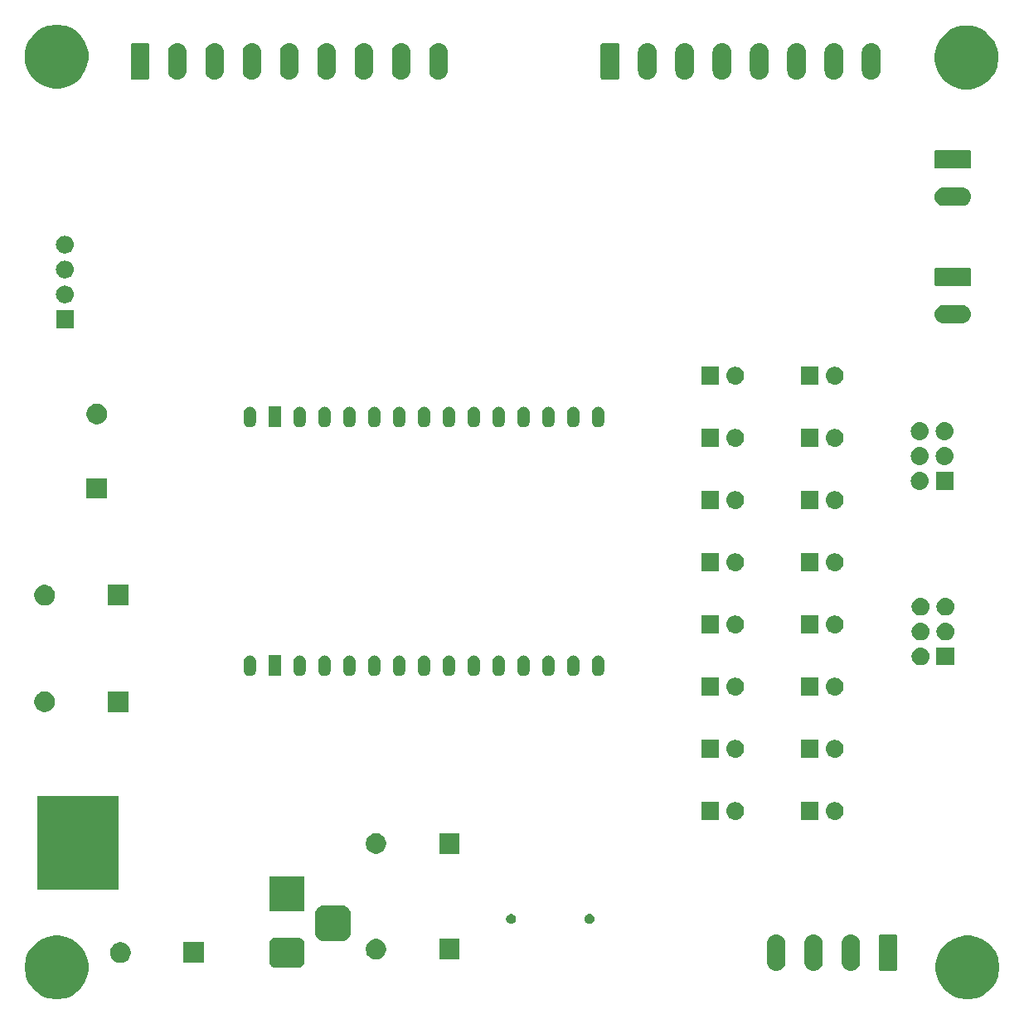
<source format=gbr>
G04 #@! TF.GenerationSoftware,KiCad,Pcbnew,(5.1.4)-1*
G04 #@! TF.CreationDate,2020-02-28T16:58:02+08:00*
G04 #@! TF.ProjectId,led controller v5,6c656420-636f-46e7-9472-6f6c6c657220,rev?*
G04 #@! TF.SameCoordinates,Original*
G04 #@! TF.FileFunction,Soldermask,Bot*
G04 #@! TF.FilePolarity,Negative*
%FSLAX46Y46*%
G04 Gerber Fmt 4.6, Leading zero omitted, Abs format (unit mm)*
G04 Created by KiCad (PCBNEW (5.1.4)-1) date 2020-02-28 16:58:02*
%MOMM*%
%LPD*%
G04 APERTURE LIST*
%ADD10C,0.100000*%
G04 APERTURE END LIST*
D10*
G36*
X10750000Y-97500000D02*
G01*
X2500000Y-97500000D01*
X2500000Y-88000000D01*
X10750000Y-88000000D01*
X10750000Y-97500000D01*
G37*
X10750000Y-97500000D02*
X2500000Y-97500000D01*
X2500000Y-88000000D01*
X10750000Y-88000000D01*
X10750000Y-97500000D01*
G36*
X98021717Y-102289085D02*
G01*
X98448282Y-102373934D01*
X99039926Y-102619001D01*
X99440073Y-102886371D01*
X99572391Y-102974783D01*
X100025217Y-103427609D01*
X100075035Y-103502167D01*
X100380999Y-103960074D01*
X100626066Y-104551718D01*
X100681790Y-104831860D01*
X100751000Y-105179803D01*
X100751000Y-105820197D01*
X100688533Y-106134239D01*
X100626066Y-106448282D01*
X100380999Y-107039926D01*
X100025216Y-107572392D01*
X99572392Y-108025216D01*
X99039926Y-108380999D01*
X98448282Y-108626066D01*
X98134239Y-108688533D01*
X97820197Y-108751000D01*
X97179803Y-108751000D01*
X96865761Y-108688533D01*
X96551718Y-108626066D01*
X95960074Y-108380999D01*
X95427608Y-108025216D01*
X94974784Y-107572392D01*
X94619001Y-107039926D01*
X94373934Y-106448282D01*
X94311467Y-106134239D01*
X94249000Y-105820197D01*
X94249000Y-105179803D01*
X94318210Y-104831860D01*
X94373934Y-104551718D01*
X94619001Y-103960074D01*
X94924965Y-103502167D01*
X94974783Y-103427609D01*
X95427609Y-102974783D01*
X95559927Y-102886371D01*
X95960074Y-102619001D01*
X96551718Y-102373934D01*
X96978283Y-102289085D01*
X97179803Y-102249000D01*
X97820197Y-102249000D01*
X98021717Y-102289085D01*
X98021717Y-102289085D01*
G37*
G36*
X5021717Y-102289085D02*
G01*
X5448282Y-102373934D01*
X6039926Y-102619001D01*
X6440073Y-102886371D01*
X6572391Y-102974783D01*
X7025217Y-103427609D01*
X7075035Y-103502167D01*
X7380999Y-103960074D01*
X7626066Y-104551718D01*
X7681790Y-104831860D01*
X7751000Y-105179803D01*
X7751000Y-105820197D01*
X7688533Y-106134239D01*
X7626066Y-106448282D01*
X7380999Y-107039926D01*
X7025216Y-107572392D01*
X6572392Y-108025216D01*
X6039926Y-108380999D01*
X5448282Y-108626066D01*
X5134239Y-108688533D01*
X4820197Y-108751000D01*
X4179803Y-108751000D01*
X3865761Y-108688533D01*
X3551718Y-108626066D01*
X2960074Y-108380999D01*
X2427608Y-108025216D01*
X1974784Y-107572392D01*
X1619001Y-107039926D01*
X1373934Y-106448282D01*
X1311467Y-106134239D01*
X1249000Y-105820197D01*
X1249000Y-105179803D01*
X1318210Y-104831860D01*
X1373934Y-104551718D01*
X1619001Y-103960074D01*
X1924965Y-103502167D01*
X1974783Y-103427609D01*
X2427609Y-102974783D01*
X2559927Y-102886371D01*
X2960074Y-102619001D01*
X3551718Y-102373934D01*
X3978283Y-102289085D01*
X4179803Y-102249000D01*
X4820197Y-102249000D01*
X5021717Y-102289085D01*
X5021717Y-102289085D01*
G37*
G36*
X78156425Y-102162760D02*
G01*
X78156428Y-102162761D01*
X78156429Y-102162761D01*
X78335693Y-102217140D01*
X78335696Y-102217142D01*
X78335697Y-102217142D01*
X78500903Y-102305446D01*
X78645712Y-102424288D01*
X78764554Y-102569097D01*
X78844473Y-102718616D01*
X78852860Y-102734307D01*
X78898988Y-102886371D01*
X78907240Y-102913575D01*
X78921000Y-103053282D01*
X78921000Y-104946718D01*
X78907240Y-105086425D01*
X78907239Y-105086428D01*
X78907239Y-105086429D01*
X78852860Y-105265693D01*
X78852858Y-105265696D01*
X78852858Y-105265697D01*
X78764554Y-105430903D01*
X78645712Y-105575712D01*
X78500903Y-105694554D01*
X78352964Y-105773628D01*
X78335692Y-105782860D01*
X78156428Y-105837239D01*
X78156427Y-105837239D01*
X78156424Y-105837240D01*
X77970000Y-105855601D01*
X77783575Y-105837240D01*
X77783572Y-105837239D01*
X77783571Y-105837239D01*
X77604307Y-105782860D01*
X77586575Y-105773382D01*
X77439097Y-105694554D01*
X77294288Y-105575712D01*
X77175446Y-105430903D01*
X77087142Y-105265696D01*
X77087141Y-105265693D01*
X77087140Y-105265692D01*
X77032761Y-105086428D01*
X77032761Y-105086427D01*
X77032760Y-105086424D01*
X77019000Y-104946717D01*
X77019000Y-103053283D01*
X77032761Y-102913575D01*
X77041013Y-102886371D01*
X77087141Y-102734307D01*
X77095528Y-102718616D01*
X77175447Y-102569097D01*
X77294289Y-102424288D01*
X77439098Y-102305446D01*
X77604304Y-102217142D01*
X77604305Y-102217142D01*
X77604308Y-102217140D01*
X77783572Y-102162761D01*
X77783573Y-102162761D01*
X77783576Y-102162760D01*
X77970000Y-102144399D01*
X78156425Y-102162760D01*
X78156425Y-102162760D01*
G37*
G36*
X81966425Y-102162760D02*
G01*
X81966428Y-102162761D01*
X81966429Y-102162761D01*
X82145693Y-102217140D01*
X82145696Y-102217142D01*
X82145697Y-102217142D01*
X82310903Y-102305446D01*
X82455712Y-102424288D01*
X82574554Y-102569097D01*
X82654473Y-102718616D01*
X82662860Y-102734307D01*
X82708988Y-102886371D01*
X82717240Y-102913575D01*
X82731000Y-103053282D01*
X82731000Y-104946718D01*
X82717240Y-105086425D01*
X82717239Y-105086428D01*
X82717239Y-105086429D01*
X82662860Y-105265693D01*
X82662858Y-105265696D01*
X82662858Y-105265697D01*
X82574554Y-105430903D01*
X82455712Y-105575712D01*
X82310903Y-105694554D01*
X82162964Y-105773628D01*
X82145692Y-105782860D01*
X81966428Y-105837239D01*
X81966427Y-105837239D01*
X81966424Y-105837240D01*
X81780000Y-105855601D01*
X81593575Y-105837240D01*
X81593572Y-105837239D01*
X81593571Y-105837239D01*
X81414307Y-105782860D01*
X81396575Y-105773382D01*
X81249097Y-105694554D01*
X81104288Y-105575712D01*
X80985446Y-105430903D01*
X80897142Y-105265696D01*
X80897141Y-105265693D01*
X80897140Y-105265692D01*
X80842761Y-105086428D01*
X80842761Y-105086427D01*
X80842760Y-105086424D01*
X80829000Y-104946717D01*
X80829000Y-103053283D01*
X80842761Y-102913575D01*
X80851013Y-102886371D01*
X80897141Y-102734307D01*
X80905528Y-102718616D01*
X80985447Y-102569097D01*
X81104289Y-102424288D01*
X81249098Y-102305446D01*
X81414304Y-102217142D01*
X81414305Y-102217142D01*
X81414308Y-102217140D01*
X81593572Y-102162761D01*
X81593573Y-102162761D01*
X81593576Y-102162760D01*
X81780000Y-102144399D01*
X81966425Y-102162760D01*
X81966425Y-102162760D01*
G37*
G36*
X85776425Y-102162760D02*
G01*
X85776428Y-102162761D01*
X85776429Y-102162761D01*
X85955693Y-102217140D01*
X85955696Y-102217142D01*
X85955697Y-102217142D01*
X86120903Y-102305446D01*
X86265712Y-102424288D01*
X86384554Y-102569097D01*
X86464473Y-102718616D01*
X86472860Y-102734307D01*
X86518988Y-102886371D01*
X86527240Y-102913575D01*
X86541000Y-103053282D01*
X86541000Y-104946718D01*
X86527240Y-105086425D01*
X86527239Y-105086428D01*
X86527239Y-105086429D01*
X86472860Y-105265693D01*
X86472858Y-105265696D01*
X86472858Y-105265697D01*
X86384554Y-105430903D01*
X86265712Y-105575712D01*
X86120903Y-105694554D01*
X85972964Y-105773628D01*
X85955692Y-105782860D01*
X85776428Y-105837239D01*
X85776427Y-105837239D01*
X85776424Y-105837240D01*
X85590000Y-105855601D01*
X85403575Y-105837240D01*
X85403572Y-105837239D01*
X85403571Y-105837239D01*
X85224307Y-105782860D01*
X85206575Y-105773382D01*
X85059097Y-105694554D01*
X84914288Y-105575712D01*
X84795446Y-105430903D01*
X84707142Y-105265696D01*
X84707141Y-105265693D01*
X84707140Y-105265692D01*
X84652761Y-105086428D01*
X84652761Y-105086427D01*
X84652760Y-105086424D01*
X84639000Y-104946717D01*
X84639000Y-103053283D01*
X84652761Y-102913575D01*
X84661013Y-102886371D01*
X84707141Y-102734307D01*
X84715528Y-102718616D01*
X84795447Y-102569097D01*
X84914289Y-102424288D01*
X85059098Y-102305446D01*
X85224304Y-102217142D01*
X85224305Y-102217142D01*
X85224308Y-102217140D01*
X85403572Y-102162761D01*
X85403573Y-102162761D01*
X85403576Y-102162760D01*
X85590000Y-102144399D01*
X85776425Y-102162760D01*
X85776425Y-102162760D01*
G37*
G36*
X90210915Y-102152934D02*
G01*
X90243424Y-102162795D01*
X90273382Y-102178809D01*
X90299641Y-102200359D01*
X90321191Y-102226618D01*
X90337205Y-102256576D01*
X90347066Y-102289085D01*
X90351000Y-102329029D01*
X90351000Y-105670971D01*
X90347066Y-105710915D01*
X90337205Y-105743424D01*
X90321191Y-105773382D01*
X90299641Y-105799641D01*
X90273382Y-105821191D01*
X90243424Y-105837205D01*
X90210915Y-105847066D01*
X90170971Y-105851000D01*
X88629029Y-105851000D01*
X88589085Y-105847066D01*
X88556576Y-105837205D01*
X88526618Y-105821191D01*
X88500359Y-105799641D01*
X88478809Y-105773382D01*
X88462795Y-105743424D01*
X88452934Y-105710915D01*
X88449000Y-105670971D01*
X88449000Y-102329029D01*
X88452934Y-102289085D01*
X88462795Y-102256576D01*
X88478809Y-102226618D01*
X88500359Y-102200359D01*
X88526618Y-102178809D01*
X88556576Y-102162795D01*
X88589085Y-102152934D01*
X88629029Y-102149000D01*
X90170971Y-102149000D01*
X90210915Y-102152934D01*
X90210915Y-102152934D01*
G37*
G36*
X29226979Y-102463293D02*
G01*
X29360625Y-102503834D01*
X29483784Y-102569664D01*
X29591740Y-102658260D01*
X29680336Y-102766216D01*
X29746166Y-102889375D01*
X29786707Y-103023021D01*
X29801000Y-103168140D01*
X29801000Y-104831860D01*
X29786707Y-104976979D01*
X29746166Y-105110625D01*
X29680336Y-105233784D01*
X29591740Y-105341740D01*
X29483784Y-105430336D01*
X29360625Y-105496166D01*
X29226979Y-105536707D01*
X29081860Y-105551000D01*
X26918140Y-105551000D01*
X26773021Y-105536707D01*
X26639375Y-105496166D01*
X26516216Y-105430336D01*
X26408260Y-105341740D01*
X26319664Y-105233784D01*
X26253834Y-105110625D01*
X26213293Y-104976979D01*
X26199000Y-104831860D01*
X26199000Y-103168140D01*
X26213293Y-103023021D01*
X26253834Y-102889375D01*
X26319664Y-102766216D01*
X26408260Y-102658260D01*
X26516216Y-102569664D01*
X26639375Y-102503834D01*
X26773021Y-102463293D01*
X26918140Y-102449000D01*
X29081860Y-102449000D01*
X29226979Y-102463293D01*
X29226979Y-102463293D01*
G37*
G36*
X19551000Y-105051000D02*
G01*
X17449000Y-105051000D01*
X17449000Y-102949000D01*
X19551000Y-102949000D01*
X19551000Y-105051000D01*
X19551000Y-105051000D01*
G37*
G36*
X11306564Y-102989389D02*
G01*
X11497833Y-103068615D01*
X11497835Y-103068616D01*
X11669973Y-103183635D01*
X11816365Y-103330027D01*
X11929718Y-103499671D01*
X11931385Y-103502167D01*
X12010611Y-103693436D01*
X12051000Y-103896484D01*
X12051000Y-104103516D01*
X12010611Y-104306564D01*
X11944419Y-104466365D01*
X11931384Y-104497835D01*
X11816365Y-104669973D01*
X11669973Y-104816365D01*
X11497835Y-104931384D01*
X11497834Y-104931385D01*
X11497833Y-104931385D01*
X11306564Y-105010611D01*
X11103516Y-105051000D01*
X10896484Y-105051000D01*
X10693436Y-105010611D01*
X10502167Y-104931385D01*
X10502166Y-104931385D01*
X10502165Y-104931384D01*
X10330027Y-104816365D01*
X10183635Y-104669973D01*
X10068616Y-104497835D01*
X10055581Y-104466365D01*
X9989389Y-104306564D01*
X9949000Y-104103516D01*
X9949000Y-103896484D01*
X9989389Y-103693436D01*
X10068615Y-103502167D01*
X10070283Y-103499671D01*
X10183635Y-103330027D01*
X10330027Y-103183635D01*
X10502165Y-103068616D01*
X10502167Y-103068615D01*
X10693436Y-102989389D01*
X10896484Y-102949000D01*
X11103516Y-102949000D01*
X11306564Y-102989389D01*
X11306564Y-102989389D01*
G37*
G36*
X37406564Y-102639389D02*
G01*
X37597833Y-102718615D01*
X37597835Y-102718616D01*
X37769973Y-102833635D01*
X37916365Y-102980027D01*
X37975558Y-103068615D01*
X38031385Y-103152167D01*
X38110611Y-103343436D01*
X38151000Y-103546484D01*
X38151000Y-103753516D01*
X38110611Y-103956564D01*
X38031385Y-104147833D01*
X38031384Y-104147835D01*
X37916365Y-104319973D01*
X37769973Y-104466365D01*
X37597835Y-104581384D01*
X37597834Y-104581385D01*
X37597833Y-104581385D01*
X37406564Y-104660611D01*
X37203516Y-104701000D01*
X36996484Y-104701000D01*
X36793436Y-104660611D01*
X36602167Y-104581385D01*
X36602166Y-104581385D01*
X36602165Y-104581384D01*
X36430027Y-104466365D01*
X36283635Y-104319973D01*
X36168616Y-104147835D01*
X36168615Y-104147833D01*
X36089389Y-103956564D01*
X36049000Y-103753516D01*
X36049000Y-103546484D01*
X36089389Y-103343436D01*
X36168615Y-103152167D01*
X36224443Y-103068615D01*
X36283635Y-102980027D01*
X36430027Y-102833635D01*
X36602165Y-102718616D01*
X36602167Y-102718615D01*
X36793436Y-102639389D01*
X36996484Y-102599000D01*
X37203516Y-102599000D01*
X37406564Y-102639389D01*
X37406564Y-102639389D01*
G37*
G36*
X45651000Y-104701000D02*
G01*
X43549000Y-104701000D01*
X43549000Y-102599000D01*
X45651000Y-102599000D01*
X45651000Y-104701000D01*
X45651000Y-104701000D01*
G37*
G36*
X33826366Y-99215695D02*
G01*
X33983460Y-99263349D01*
X34128231Y-99340731D01*
X34255128Y-99444872D01*
X34359269Y-99571769D01*
X34436651Y-99716540D01*
X34484305Y-99873634D01*
X34501000Y-100043140D01*
X34501000Y-101956860D01*
X34484305Y-102126366D01*
X34436651Y-102283460D01*
X34359269Y-102428231D01*
X34255128Y-102555128D01*
X34128231Y-102659269D01*
X33983460Y-102736651D01*
X33826366Y-102784305D01*
X33656860Y-102801000D01*
X31743140Y-102801000D01*
X31573634Y-102784305D01*
X31416540Y-102736651D01*
X31271769Y-102659269D01*
X31144872Y-102555128D01*
X31040731Y-102428231D01*
X30963349Y-102283460D01*
X30915695Y-102126366D01*
X30899000Y-101956860D01*
X30899000Y-100043140D01*
X30915695Y-99873634D01*
X30963349Y-99716540D01*
X31040731Y-99571769D01*
X31144872Y-99444872D01*
X31271769Y-99340731D01*
X31416540Y-99263349D01*
X31573634Y-99215695D01*
X31743140Y-99199000D01*
X33656860Y-99199000D01*
X33826366Y-99215695D01*
X33826366Y-99215695D01*
G37*
G36*
X58988740Y-100059626D02*
G01*
X59037136Y-100069253D01*
X59074902Y-100084896D01*
X59128311Y-100107019D01*
X59128312Y-100107020D01*
X59210369Y-100161848D01*
X59280152Y-100231631D01*
X59280153Y-100231633D01*
X59334981Y-100313689D01*
X59372747Y-100404865D01*
X59392000Y-100501655D01*
X59392000Y-100600345D01*
X59372747Y-100697135D01*
X59334981Y-100788311D01*
X59334980Y-100788312D01*
X59280152Y-100870369D01*
X59210369Y-100940152D01*
X59169062Y-100967752D01*
X59128311Y-100994981D01*
X59074902Y-101017104D01*
X59037136Y-101032747D01*
X58988740Y-101042373D01*
X58940345Y-101052000D01*
X58841655Y-101052000D01*
X58793260Y-101042373D01*
X58744864Y-101032747D01*
X58707098Y-101017104D01*
X58653689Y-100994981D01*
X58612938Y-100967752D01*
X58571631Y-100940152D01*
X58501848Y-100870369D01*
X58447020Y-100788312D01*
X58447019Y-100788311D01*
X58409253Y-100697135D01*
X58390000Y-100600345D01*
X58390000Y-100501655D01*
X58409253Y-100404865D01*
X58447019Y-100313689D01*
X58501847Y-100231633D01*
X58501848Y-100231631D01*
X58571631Y-100161848D01*
X58653688Y-100107020D01*
X58653689Y-100107019D01*
X58707098Y-100084896D01*
X58744864Y-100069253D01*
X58793260Y-100059627D01*
X58841655Y-100050000D01*
X58940345Y-100050000D01*
X58988740Y-100059626D01*
X58988740Y-100059626D01*
G37*
G36*
X50988740Y-100059626D02*
G01*
X51037136Y-100069253D01*
X51074902Y-100084896D01*
X51128311Y-100107019D01*
X51128312Y-100107020D01*
X51210369Y-100161848D01*
X51280152Y-100231631D01*
X51280153Y-100231633D01*
X51334981Y-100313689D01*
X51372747Y-100404865D01*
X51392000Y-100501655D01*
X51392000Y-100600345D01*
X51372747Y-100697135D01*
X51334981Y-100788311D01*
X51334980Y-100788312D01*
X51280152Y-100870369D01*
X51210369Y-100940152D01*
X51169062Y-100967752D01*
X51128311Y-100994981D01*
X51074902Y-101017104D01*
X51037136Y-101032747D01*
X50988740Y-101042373D01*
X50940345Y-101052000D01*
X50841655Y-101052000D01*
X50793260Y-101042373D01*
X50744864Y-101032747D01*
X50707098Y-101017104D01*
X50653689Y-100994981D01*
X50612938Y-100967752D01*
X50571631Y-100940152D01*
X50501848Y-100870369D01*
X50447020Y-100788312D01*
X50447019Y-100788311D01*
X50409253Y-100697135D01*
X50390000Y-100600345D01*
X50390000Y-100501655D01*
X50409253Y-100404865D01*
X50447019Y-100313689D01*
X50501847Y-100231633D01*
X50501848Y-100231631D01*
X50571631Y-100161848D01*
X50653688Y-100107020D01*
X50653689Y-100107019D01*
X50707098Y-100084896D01*
X50744864Y-100069253D01*
X50793260Y-100059627D01*
X50841655Y-100050000D01*
X50940345Y-100050000D01*
X50988740Y-100059626D01*
X50988740Y-100059626D01*
G37*
G36*
X29801000Y-99801000D02*
G01*
X26199000Y-99801000D01*
X26199000Y-96199000D01*
X29801000Y-96199000D01*
X29801000Y-99801000D01*
X29801000Y-99801000D01*
G37*
G36*
X37406564Y-91839389D02*
G01*
X37597833Y-91918615D01*
X37597835Y-91918616D01*
X37769973Y-92033635D01*
X37916365Y-92180027D01*
X38031385Y-92352167D01*
X38110611Y-92543436D01*
X38151000Y-92746484D01*
X38151000Y-92953516D01*
X38110611Y-93156564D01*
X38031385Y-93347833D01*
X38031384Y-93347835D01*
X37916365Y-93519973D01*
X37769973Y-93666365D01*
X37597835Y-93781384D01*
X37597834Y-93781385D01*
X37597833Y-93781385D01*
X37406564Y-93860611D01*
X37203516Y-93901000D01*
X36996484Y-93901000D01*
X36793436Y-93860611D01*
X36602167Y-93781385D01*
X36602166Y-93781385D01*
X36602165Y-93781384D01*
X36430027Y-93666365D01*
X36283635Y-93519973D01*
X36168616Y-93347835D01*
X36168615Y-93347833D01*
X36089389Y-93156564D01*
X36049000Y-92953516D01*
X36049000Y-92746484D01*
X36089389Y-92543436D01*
X36168615Y-92352167D01*
X36283635Y-92180027D01*
X36430027Y-92033635D01*
X36602165Y-91918616D01*
X36602167Y-91918615D01*
X36793436Y-91839389D01*
X36996484Y-91799000D01*
X37203516Y-91799000D01*
X37406564Y-91839389D01*
X37406564Y-91839389D01*
G37*
G36*
X45651000Y-93901000D02*
G01*
X43549000Y-93901000D01*
X43549000Y-91799000D01*
X45651000Y-91799000D01*
X45651000Y-93901000D01*
X45651000Y-93901000D01*
G37*
G36*
X82308000Y-90436000D02*
G01*
X80506000Y-90436000D01*
X80506000Y-88634000D01*
X82308000Y-88634000D01*
X82308000Y-90436000D01*
X82308000Y-90436000D01*
G37*
G36*
X73897443Y-88640519D02*
G01*
X73963627Y-88647037D01*
X74133466Y-88698557D01*
X74289991Y-88782222D01*
X74325729Y-88811552D01*
X74427186Y-88894814D01*
X74510448Y-88996271D01*
X74539778Y-89032009D01*
X74623443Y-89188534D01*
X74674963Y-89358373D01*
X74692359Y-89535000D01*
X74674963Y-89711627D01*
X74623443Y-89881466D01*
X74539778Y-90037991D01*
X74510448Y-90073729D01*
X74427186Y-90175186D01*
X74325729Y-90258448D01*
X74289991Y-90287778D01*
X74133466Y-90371443D01*
X73963627Y-90422963D01*
X73897443Y-90429481D01*
X73831260Y-90436000D01*
X73742740Y-90436000D01*
X73676557Y-90429481D01*
X73610373Y-90422963D01*
X73440534Y-90371443D01*
X73284009Y-90287778D01*
X73248271Y-90258448D01*
X73146814Y-90175186D01*
X73063552Y-90073729D01*
X73034222Y-90037991D01*
X72950557Y-89881466D01*
X72899037Y-89711627D01*
X72881641Y-89535000D01*
X72899037Y-89358373D01*
X72950557Y-89188534D01*
X73034222Y-89032009D01*
X73063552Y-88996271D01*
X73146814Y-88894814D01*
X73248271Y-88811552D01*
X73284009Y-88782222D01*
X73440534Y-88698557D01*
X73610373Y-88647037D01*
X73676557Y-88640519D01*
X73742740Y-88634000D01*
X73831260Y-88634000D01*
X73897443Y-88640519D01*
X73897443Y-88640519D01*
G37*
G36*
X84057443Y-88640519D02*
G01*
X84123627Y-88647037D01*
X84293466Y-88698557D01*
X84449991Y-88782222D01*
X84485729Y-88811552D01*
X84587186Y-88894814D01*
X84670448Y-88996271D01*
X84699778Y-89032009D01*
X84783443Y-89188534D01*
X84834963Y-89358373D01*
X84852359Y-89535000D01*
X84834963Y-89711627D01*
X84783443Y-89881466D01*
X84699778Y-90037991D01*
X84670448Y-90073729D01*
X84587186Y-90175186D01*
X84485729Y-90258448D01*
X84449991Y-90287778D01*
X84293466Y-90371443D01*
X84123627Y-90422963D01*
X84057443Y-90429481D01*
X83991260Y-90436000D01*
X83902740Y-90436000D01*
X83836557Y-90429481D01*
X83770373Y-90422963D01*
X83600534Y-90371443D01*
X83444009Y-90287778D01*
X83408271Y-90258448D01*
X83306814Y-90175186D01*
X83223552Y-90073729D01*
X83194222Y-90037991D01*
X83110557Y-89881466D01*
X83059037Y-89711627D01*
X83041641Y-89535000D01*
X83059037Y-89358373D01*
X83110557Y-89188534D01*
X83194222Y-89032009D01*
X83223552Y-88996271D01*
X83306814Y-88894814D01*
X83408271Y-88811552D01*
X83444009Y-88782222D01*
X83600534Y-88698557D01*
X83770373Y-88647037D01*
X83836557Y-88640519D01*
X83902740Y-88634000D01*
X83991260Y-88634000D01*
X84057443Y-88640519D01*
X84057443Y-88640519D01*
G37*
G36*
X72148000Y-90436000D02*
G01*
X70346000Y-90436000D01*
X70346000Y-88634000D01*
X72148000Y-88634000D01*
X72148000Y-90436000D01*
X72148000Y-90436000D01*
G37*
G36*
X82308000Y-84086000D02*
G01*
X80506000Y-84086000D01*
X80506000Y-82284000D01*
X82308000Y-82284000D01*
X82308000Y-84086000D01*
X82308000Y-84086000D01*
G37*
G36*
X72148000Y-84086000D02*
G01*
X70346000Y-84086000D01*
X70346000Y-82284000D01*
X72148000Y-82284000D01*
X72148000Y-84086000D01*
X72148000Y-84086000D01*
G37*
G36*
X73897443Y-82290519D02*
G01*
X73963627Y-82297037D01*
X74133466Y-82348557D01*
X74289991Y-82432222D01*
X74325729Y-82461552D01*
X74427186Y-82544814D01*
X74510448Y-82646271D01*
X74539778Y-82682009D01*
X74623443Y-82838534D01*
X74674963Y-83008373D01*
X74692359Y-83185000D01*
X74674963Y-83361627D01*
X74623443Y-83531466D01*
X74539778Y-83687991D01*
X74510448Y-83723729D01*
X74427186Y-83825186D01*
X74325729Y-83908448D01*
X74289991Y-83937778D01*
X74133466Y-84021443D01*
X73963627Y-84072963D01*
X73897443Y-84079481D01*
X73831260Y-84086000D01*
X73742740Y-84086000D01*
X73676557Y-84079481D01*
X73610373Y-84072963D01*
X73440534Y-84021443D01*
X73284009Y-83937778D01*
X73248271Y-83908448D01*
X73146814Y-83825186D01*
X73063552Y-83723729D01*
X73034222Y-83687991D01*
X72950557Y-83531466D01*
X72899037Y-83361627D01*
X72881641Y-83185000D01*
X72899037Y-83008373D01*
X72950557Y-82838534D01*
X73034222Y-82682009D01*
X73063552Y-82646271D01*
X73146814Y-82544814D01*
X73248271Y-82461552D01*
X73284009Y-82432222D01*
X73440534Y-82348557D01*
X73610373Y-82297037D01*
X73676557Y-82290519D01*
X73742740Y-82284000D01*
X73831260Y-82284000D01*
X73897443Y-82290519D01*
X73897443Y-82290519D01*
G37*
G36*
X84057443Y-82290519D02*
G01*
X84123627Y-82297037D01*
X84293466Y-82348557D01*
X84449991Y-82432222D01*
X84485729Y-82461552D01*
X84587186Y-82544814D01*
X84670448Y-82646271D01*
X84699778Y-82682009D01*
X84783443Y-82838534D01*
X84834963Y-83008373D01*
X84852359Y-83185000D01*
X84834963Y-83361627D01*
X84783443Y-83531466D01*
X84699778Y-83687991D01*
X84670448Y-83723729D01*
X84587186Y-83825186D01*
X84485729Y-83908448D01*
X84449991Y-83937778D01*
X84293466Y-84021443D01*
X84123627Y-84072963D01*
X84057443Y-84079481D01*
X83991260Y-84086000D01*
X83902740Y-84086000D01*
X83836557Y-84079481D01*
X83770373Y-84072963D01*
X83600534Y-84021443D01*
X83444009Y-83937778D01*
X83408271Y-83908448D01*
X83306814Y-83825186D01*
X83223552Y-83723729D01*
X83194222Y-83687991D01*
X83110557Y-83531466D01*
X83059037Y-83361627D01*
X83041641Y-83185000D01*
X83059037Y-83008373D01*
X83110557Y-82838534D01*
X83194222Y-82682009D01*
X83223552Y-82646271D01*
X83306814Y-82544814D01*
X83408271Y-82461552D01*
X83444009Y-82432222D01*
X83600534Y-82348557D01*
X83770373Y-82297037D01*
X83836557Y-82290519D01*
X83902740Y-82284000D01*
X83991260Y-82284000D01*
X84057443Y-82290519D01*
X84057443Y-82290519D01*
G37*
G36*
X3556564Y-77364389D02*
G01*
X3747833Y-77443615D01*
X3747835Y-77443616D01*
X3919973Y-77558635D01*
X4066365Y-77705027D01*
X4087061Y-77736000D01*
X4181385Y-77877167D01*
X4260611Y-78068436D01*
X4301000Y-78271484D01*
X4301000Y-78478516D01*
X4260611Y-78681564D01*
X4181385Y-78872833D01*
X4181384Y-78872835D01*
X4066365Y-79044973D01*
X3919973Y-79191365D01*
X3747835Y-79306384D01*
X3747834Y-79306385D01*
X3747833Y-79306385D01*
X3556564Y-79385611D01*
X3353516Y-79426000D01*
X3146484Y-79426000D01*
X2943436Y-79385611D01*
X2752167Y-79306385D01*
X2752166Y-79306385D01*
X2752165Y-79306384D01*
X2580027Y-79191365D01*
X2433635Y-79044973D01*
X2318616Y-78872835D01*
X2318615Y-78872833D01*
X2239389Y-78681564D01*
X2199000Y-78478516D01*
X2199000Y-78271484D01*
X2239389Y-78068436D01*
X2318615Y-77877167D01*
X2412940Y-77736000D01*
X2433635Y-77705027D01*
X2580027Y-77558635D01*
X2752165Y-77443616D01*
X2752167Y-77443615D01*
X2943436Y-77364389D01*
X3146484Y-77324000D01*
X3353516Y-77324000D01*
X3556564Y-77364389D01*
X3556564Y-77364389D01*
G37*
G36*
X11801000Y-79426000D02*
G01*
X9699000Y-79426000D01*
X9699000Y-77324000D01*
X11801000Y-77324000D01*
X11801000Y-79426000D01*
X11801000Y-79426000D01*
G37*
G36*
X84057442Y-75940518D02*
G01*
X84123627Y-75947037D01*
X84293466Y-75998557D01*
X84449991Y-76082222D01*
X84485729Y-76111552D01*
X84587186Y-76194814D01*
X84670448Y-76296271D01*
X84699778Y-76332009D01*
X84783443Y-76488534D01*
X84834963Y-76658373D01*
X84852359Y-76835000D01*
X84834963Y-77011627D01*
X84783443Y-77181466D01*
X84699778Y-77337991D01*
X84678113Y-77364390D01*
X84587186Y-77475186D01*
X84485729Y-77558448D01*
X84449991Y-77587778D01*
X84293466Y-77671443D01*
X84123627Y-77722963D01*
X84057443Y-77729481D01*
X83991260Y-77736000D01*
X83902740Y-77736000D01*
X83836557Y-77729481D01*
X83770373Y-77722963D01*
X83600534Y-77671443D01*
X83444009Y-77587778D01*
X83408271Y-77558448D01*
X83306814Y-77475186D01*
X83215887Y-77364390D01*
X83194222Y-77337991D01*
X83110557Y-77181466D01*
X83059037Y-77011627D01*
X83041641Y-76835000D01*
X83059037Y-76658373D01*
X83110557Y-76488534D01*
X83194222Y-76332009D01*
X83223552Y-76296271D01*
X83306814Y-76194814D01*
X83408271Y-76111552D01*
X83444009Y-76082222D01*
X83600534Y-75998557D01*
X83770373Y-75947037D01*
X83836558Y-75940518D01*
X83902740Y-75934000D01*
X83991260Y-75934000D01*
X84057442Y-75940518D01*
X84057442Y-75940518D01*
G37*
G36*
X73897442Y-75940518D02*
G01*
X73963627Y-75947037D01*
X74133466Y-75998557D01*
X74289991Y-76082222D01*
X74325729Y-76111552D01*
X74427186Y-76194814D01*
X74510448Y-76296271D01*
X74539778Y-76332009D01*
X74623443Y-76488534D01*
X74674963Y-76658373D01*
X74692359Y-76835000D01*
X74674963Y-77011627D01*
X74623443Y-77181466D01*
X74539778Y-77337991D01*
X74518113Y-77364390D01*
X74427186Y-77475186D01*
X74325729Y-77558448D01*
X74289991Y-77587778D01*
X74133466Y-77671443D01*
X73963627Y-77722963D01*
X73897443Y-77729481D01*
X73831260Y-77736000D01*
X73742740Y-77736000D01*
X73676557Y-77729481D01*
X73610373Y-77722963D01*
X73440534Y-77671443D01*
X73284009Y-77587778D01*
X73248271Y-77558448D01*
X73146814Y-77475186D01*
X73055887Y-77364390D01*
X73034222Y-77337991D01*
X72950557Y-77181466D01*
X72899037Y-77011627D01*
X72881641Y-76835000D01*
X72899037Y-76658373D01*
X72950557Y-76488534D01*
X73034222Y-76332009D01*
X73063552Y-76296271D01*
X73146814Y-76194814D01*
X73248271Y-76111552D01*
X73284009Y-76082222D01*
X73440534Y-75998557D01*
X73610373Y-75947037D01*
X73676558Y-75940518D01*
X73742740Y-75934000D01*
X73831260Y-75934000D01*
X73897442Y-75940518D01*
X73897442Y-75940518D01*
G37*
G36*
X72148000Y-77736000D02*
G01*
X70346000Y-77736000D01*
X70346000Y-75934000D01*
X72148000Y-75934000D01*
X72148000Y-77736000D01*
X72148000Y-77736000D01*
G37*
G36*
X82308000Y-77736000D02*
G01*
X80506000Y-77736000D01*
X80506000Y-75934000D01*
X82308000Y-75934000D01*
X82308000Y-77736000D01*
X82308000Y-77736000D01*
G37*
G36*
X24347617Y-73658420D02*
G01*
X24438403Y-73685960D01*
X24470335Y-73695646D01*
X24583424Y-73756094D01*
X24682554Y-73837447D01*
X24763906Y-73936575D01*
X24824354Y-74049664D01*
X24834040Y-74081596D01*
X24861580Y-74172382D01*
X24871000Y-74268027D01*
X24871000Y-75131973D01*
X24861580Y-75227618D01*
X24834040Y-75318404D01*
X24824354Y-75350336D01*
X24763906Y-75463425D01*
X24682554Y-75562554D01*
X24583425Y-75643906D01*
X24470336Y-75704354D01*
X24438404Y-75714040D01*
X24347618Y-75741580D01*
X24220000Y-75754149D01*
X24092383Y-75741580D01*
X24001597Y-75714040D01*
X23969665Y-75704354D01*
X23856576Y-75643906D01*
X23757447Y-75562554D01*
X23676095Y-75463425D01*
X23615647Y-75350336D01*
X23611282Y-75335946D01*
X23578420Y-75227618D01*
X23569000Y-75131973D01*
X23569000Y-74268028D01*
X23578420Y-74172383D01*
X23615645Y-74049669D01*
X23615646Y-74049665D01*
X23676094Y-73936576D01*
X23757447Y-73837446D01*
X23856575Y-73756094D01*
X23969664Y-73695646D01*
X24001596Y-73685960D01*
X24092382Y-73658420D01*
X24220000Y-73645851D01*
X24347617Y-73658420D01*
X24347617Y-73658420D01*
G37*
G36*
X59907617Y-73658420D02*
G01*
X59998403Y-73685960D01*
X60030335Y-73695646D01*
X60143424Y-73756094D01*
X60242554Y-73837447D01*
X60323906Y-73936575D01*
X60384354Y-74049664D01*
X60394040Y-74081596D01*
X60421580Y-74172382D01*
X60431000Y-74268027D01*
X60431000Y-75131973D01*
X60421580Y-75227618D01*
X60394040Y-75318404D01*
X60384354Y-75350336D01*
X60323906Y-75463425D01*
X60242554Y-75562554D01*
X60143425Y-75643906D01*
X60030336Y-75704354D01*
X59998404Y-75714040D01*
X59907618Y-75741580D01*
X59780000Y-75754149D01*
X59652383Y-75741580D01*
X59561597Y-75714040D01*
X59529665Y-75704354D01*
X59416576Y-75643906D01*
X59317447Y-75562554D01*
X59236095Y-75463425D01*
X59175647Y-75350336D01*
X59171282Y-75335946D01*
X59138420Y-75227618D01*
X59129000Y-75131973D01*
X59129000Y-74268028D01*
X59138420Y-74172383D01*
X59175645Y-74049669D01*
X59175646Y-74049665D01*
X59236094Y-73936576D01*
X59317447Y-73837446D01*
X59416575Y-73756094D01*
X59529664Y-73695646D01*
X59561596Y-73685960D01*
X59652382Y-73658420D01*
X59780000Y-73645851D01*
X59907617Y-73658420D01*
X59907617Y-73658420D01*
G37*
G36*
X54827617Y-73658420D02*
G01*
X54918403Y-73685960D01*
X54950335Y-73695646D01*
X55063424Y-73756094D01*
X55162554Y-73837447D01*
X55243906Y-73936575D01*
X55304354Y-74049664D01*
X55314040Y-74081596D01*
X55341580Y-74172382D01*
X55351000Y-74268027D01*
X55351000Y-75131973D01*
X55341580Y-75227618D01*
X55314040Y-75318404D01*
X55304354Y-75350336D01*
X55243906Y-75463425D01*
X55162554Y-75562554D01*
X55063425Y-75643906D01*
X54950336Y-75704354D01*
X54918404Y-75714040D01*
X54827618Y-75741580D01*
X54700000Y-75754149D01*
X54572383Y-75741580D01*
X54481597Y-75714040D01*
X54449665Y-75704354D01*
X54336576Y-75643906D01*
X54237447Y-75562554D01*
X54156095Y-75463425D01*
X54095647Y-75350336D01*
X54091282Y-75335946D01*
X54058420Y-75227618D01*
X54049000Y-75131973D01*
X54049000Y-74268028D01*
X54058420Y-74172383D01*
X54095645Y-74049669D01*
X54095646Y-74049665D01*
X54156094Y-73936576D01*
X54237447Y-73837446D01*
X54336575Y-73756094D01*
X54449664Y-73695646D01*
X54481596Y-73685960D01*
X54572382Y-73658420D01*
X54700000Y-73645851D01*
X54827617Y-73658420D01*
X54827617Y-73658420D01*
G37*
G36*
X52287617Y-73658420D02*
G01*
X52378403Y-73685960D01*
X52410335Y-73695646D01*
X52523424Y-73756094D01*
X52622554Y-73837447D01*
X52703906Y-73936575D01*
X52764354Y-74049664D01*
X52774040Y-74081596D01*
X52801580Y-74172382D01*
X52811000Y-74268027D01*
X52811000Y-75131973D01*
X52801580Y-75227618D01*
X52774040Y-75318404D01*
X52764354Y-75350336D01*
X52703906Y-75463425D01*
X52622554Y-75562554D01*
X52523425Y-75643906D01*
X52410336Y-75704354D01*
X52378404Y-75714040D01*
X52287618Y-75741580D01*
X52160000Y-75754149D01*
X52032383Y-75741580D01*
X51941597Y-75714040D01*
X51909665Y-75704354D01*
X51796576Y-75643906D01*
X51697447Y-75562554D01*
X51616095Y-75463425D01*
X51555647Y-75350336D01*
X51551282Y-75335946D01*
X51518420Y-75227618D01*
X51509000Y-75131973D01*
X51509000Y-74268028D01*
X51518420Y-74172383D01*
X51555645Y-74049669D01*
X51555646Y-74049665D01*
X51616094Y-73936576D01*
X51697447Y-73837446D01*
X51796575Y-73756094D01*
X51909664Y-73695646D01*
X51941596Y-73685960D01*
X52032382Y-73658420D01*
X52160000Y-73645851D01*
X52287617Y-73658420D01*
X52287617Y-73658420D01*
G37*
G36*
X49747617Y-73658420D02*
G01*
X49838403Y-73685960D01*
X49870335Y-73695646D01*
X49983424Y-73756094D01*
X50082554Y-73837447D01*
X50163906Y-73936575D01*
X50224354Y-74049664D01*
X50234040Y-74081596D01*
X50261580Y-74172382D01*
X50271000Y-74268027D01*
X50271000Y-75131973D01*
X50261580Y-75227618D01*
X50234040Y-75318404D01*
X50224354Y-75350336D01*
X50163906Y-75463425D01*
X50082554Y-75562554D01*
X49983425Y-75643906D01*
X49870336Y-75704354D01*
X49838404Y-75714040D01*
X49747618Y-75741580D01*
X49620000Y-75754149D01*
X49492383Y-75741580D01*
X49401597Y-75714040D01*
X49369665Y-75704354D01*
X49256576Y-75643906D01*
X49157447Y-75562554D01*
X49076095Y-75463425D01*
X49015647Y-75350336D01*
X49011282Y-75335946D01*
X48978420Y-75227618D01*
X48969000Y-75131973D01*
X48969000Y-74268028D01*
X48978420Y-74172383D01*
X49015645Y-74049669D01*
X49015646Y-74049665D01*
X49076094Y-73936576D01*
X49157447Y-73837446D01*
X49256575Y-73756094D01*
X49369664Y-73695646D01*
X49401596Y-73685960D01*
X49492382Y-73658420D01*
X49620000Y-73645851D01*
X49747617Y-73658420D01*
X49747617Y-73658420D01*
G37*
G36*
X47207617Y-73658420D02*
G01*
X47298403Y-73685960D01*
X47330335Y-73695646D01*
X47443424Y-73756094D01*
X47542554Y-73837447D01*
X47623906Y-73936575D01*
X47684354Y-74049664D01*
X47694040Y-74081596D01*
X47721580Y-74172382D01*
X47731000Y-74268027D01*
X47731000Y-75131973D01*
X47721580Y-75227618D01*
X47694040Y-75318404D01*
X47684354Y-75350336D01*
X47623906Y-75463425D01*
X47542554Y-75562554D01*
X47443425Y-75643906D01*
X47330336Y-75704354D01*
X47298404Y-75714040D01*
X47207618Y-75741580D01*
X47080000Y-75754149D01*
X46952383Y-75741580D01*
X46861597Y-75714040D01*
X46829665Y-75704354D01*
X46716576Y-75643906D01*
X46617447Y-75562554D01*
X46536095Y-75463425D01*
X46475647Y-75350336D01*
X46471282Y-75335946D01*
X46438420Y-75227618D01*
X46429000Y-75131973D01*
X46429000Y-74268028D01*
X46438420Y-74172383D01*
X46475645Y-74049669D01*
X46475646Y-74049665D01*
X46536094Y-73936576D01*
X46617447Y-73837446D01*
X46716575Y-73756094D01*
X46829664Y-73695646D01*
X46861596Y-73685960D01*
X46952382Y-73658420D01*
X47080000Y-73645851D01*
X47207617Y-73658420D01*
X47207617Y-73658420D01*
G37*
G36*
X57367617Y-73658420D02*
G01*
X57458403Y-73685960D01*
X57490335Y-73695646D01*
X57603424Y-73756094D01*
X57702554Y-73837447D01*
X57783906Y-73936575D01*
X57844354Y-74049664D01*
X57854040Y-74081596D01*
X57881580Y-74172382D01*
X57891000Y-74268027D01*
X57891000Y-75131973D01*
X57881580Y-75227618D01*
X57854040Y-75318404D01*
X57844354Y-75350336D01*
X57783906Y-75463425D01*
X57702554Y-75562554D01*
X57603425Y-75643906D01*
X57490336Y-75704354D01*
X57458404Y-75714040D01*
X57367618Y-75741580D01*
X57240000Y-75754149D01*
X57112383Y-75741580D01*
X57021597Y-75714040D01*
X56989665Y-75704354D01*
X56876576Y-75643906D01*
X56777447Y-75562554D01*
X56696095Y-75463425D01*
X56635647Y-75350336D01*
X56631282Y-75335946D01*
X56598420Y-75227618D01*
X56589000Y-75131973D01*
X56589000Y-74268028D01*
X56598420Y-74172383D01*
X56635645Y-74049669D01*
X56635646Y-74049665D01*
X56696094Y-73936576D01*
X56777447Y-73837446D01*
X56876575Y-73756094D01*
X56989664Y-73695646D01*
X57021596Y-73685960D01*
X57112382Y-73658420D01*
X57240000Y-73645851D01*
X57367617Y-73658420D01*
X57367617Y-73658420D01*
G37*
G36*
X39587617Y-73658420D02*
G01*
X39678403Y-73685960D01*
X39710335Y-73695646D01*
X39823424Y-73756094D01*
X39922554Y-73837447D01*
X40003906Y-73936575D01*
X40064354Y-74049664D01*
X40074040Y-74081596D01*
X40101580Y-74172382D01*
X40111000Y-74268027D01*
X40111000Y-75131973D01*
X40101580Y-75227618D01*
X40074040Y-75318404D01*
X40064354Y-75350336D01*
X40003906Y-75463425D01*
X39922554Y-75562554D01*
X39823425Y-75643906D01*
X39710336Y-75704354D01*
X39678404Y-75714040D01*
X39587618Y-75741580D01*
X39460000Y-75754149D01*
X39332383Y-75741580D01*
X39241597Y-75714040D01*
X39209665Y-75704354D01*
X39096576Y-75643906D01*
X38997447Y-75562554D01*
X38916095Y-75463425D01*
X38855647Y-75350336D01*
X38851282Y-75335946D01*
X38818420Y-75227618D01*
X38809000Y-75131973D01*
X38809000Y-74268028D01*
X38818420Y-74172383D01*
X38855645Y-74049669D01*
X38855646Y-74049665D01*
X38916094Y-73936576D01*
X38997447Y-73837446D01*
X39096575Y-73756094D01*
X39209664Y-73695646D01*
X39241596Y-73685960D01*
X39332382Y-73658420D01*
X39460000Y-73645851D01*
X39587617Y-73658420D01*
X39587617Y-73658420D01*
G37*
G36*
X37047617Y-73658420D02*
G01*
X37138403Y-73685960D01*
X37170335Y-73695646D01*
X37283424Y-73756094D01*
X37382554Y-73837447D01*
X37463906Y-73936575D01*
X37524354Y-74049664D01*
X37534040Y-74081596D01*
X37561580Y-74172382D01*
X37571000Y-74268027D01*
X37571000Y-75131973D01*
X37561580Y-75227618D01*
X37534040Y-75318404D01*
X37524354Y-75350336D01*
X37463906Y-75463425D01*
X37382554Y-75562554D01*
X37283425Y-75643906D01*
X37170336Y-75704354D01*
X37138404Y-75714040D01*
X37047618Y-75741580D01*
X36920000Y-75754149D01*
X36792383Y-75741580D01*
X36701597Y-75714040D01*
X36669665Y-75704354D01*
X36556576Y-75643906D01*
X36457447Y-75562554D01*
X36376095Y-75463425D01*
X36315647Y-75350336D01*
X36311282Y-75335946D01*
X36278420Y-75227618D01*
X36269000Y-75131973D01*
X36269000Y-74268028D01*
X36278420Y-74172383D01*
X36315645Y-74049669D01*
X36315646Y-74049665D01*
X36376094Y-73936576D01*
X36457447Y-73837446D01*
X36556575Y-73756094D01*
X36669664Y-73695646D01*
X36701596Y-73685960D01*
X36792382Y-73658420D01*
X36920000Y-73645851D01*
X37047617Y-73658420D01*
X37047617Y-73658420D01*
G37*
G36*
X34507617Y-73658420D02*
G01*
X34598403Y-73685960D01*
X34630335Y-73695646D01*
X34743424Y-73756094D01*
X34842554Y-73837447D01*
X34923906Y-73936575D01*
X34984354Y-74049664D01*
X34994040Y-74081596D01*
X35021580Y-74172382D01*
X35031000Y-74268027D01*
X35031000Y-75131973D01*
X35021580Y-75227618D01*
X34994040Y-75318404D01*
X34984354Y-75350336D01*
X34923906Y-75463425D01*
X34842554Y-75562554D01*
X34743425Y-75643906D01*
X34630336Y-75704354D01*
X34598404Y-75714040D01*
X34507618Y-75741580D01*
X34380000Y-75754149D01*
X34252383Y-75741580D01*
X34161597Y-75714040D01*
X34129665Y-75704354D01*
X34016576Y-75643906D01*
X33917447Y-75562554D01*
X33836095Y-75463425D01*
X33775647Y-75350336D01*
X33771282Y-75335946D01*
X33738420Y-75227618D01*
X33729000Y-75131973D01*
X33729000Y-74268028D01*
X33738420Y-74172383D01*
X33775645Y-74049669D01*
X33775646Y-74049665D01*
X33836094Y-73936576D01*
X33917447Y-73837446D01*
X34016575Y-73756094D01*
X34129664Y-73695646D01*
X34161596Y-73685960D01*
X34252382Y-73658420D01*
X34380000Y-73645851D01*
X34507617Y-73658420D01*
X34507617Y-73658420D01*
G37*
G36*
X31967617Y-73658420D02*
G01*
X32058403Y-73685960D01*
X32090335Y-73695646D01*
X32203424Y-73756094D01*
X32302554Y-73837447D01*
X32383906Y-73936575D01*
X32444354Y-74049664D01*
X32454040Y-74081596D01*
X32481580Y-74172382D01*
X32491000Y-74268027D01*
X32491000Y-75131973D01*
X32481580Y-75227618D01*
X32454040Y-75318404D01*
X32444354Y-75350336D01*
X32383906Y-75463425D01*
X32302554Y-75562554D01*
X32203425Y-75643906D01*
X32090336Y-75704354D01*
X32058404Y-75714040D01*
X31967618Y-75741580D01*
X31840000Y-75754149D01*
X31712383Y-75741580D01*
X31621597Y-75714040D01*
X31589665Y-75704354D01*
X31476576Y-75643906D01*
X31377447Y-75562554D01*
X31296095Y-75463425D01*
X31235647Y-75350336D01*
X31231282Y-75335946D01*
X31198420Y-75227618D01*
X31189000Y-75131973D01*
X31189000Y-74268028D01*
X31198420Y-74172383D01*
X31235645Y-74049669D01*
X31235646Y-74049665D01*
X31296094Y-73936576D01*
X31377447Y-73837446D01*
X31476575Y-73756094D01*
X31589664Y-73695646D01*
X31621596Y-73685960D01*
X31712382Y-73658420D01*
X31840000Y-73645851D01*
X31967617Y-73658420D01*
X31967617Y-73658420D01*
G37*
G36*
X29427617Y-73658420D02*
G01*
X29518403Y-73685960D01*
X29550335Y-73695646D01*
X29663424Y-73756094D01*
X29762554Y-73837447D01*
X29843906Y-73936575D01*
X29904354Y-74049664D01*
X29914040Y-74081596D01*
X29941580Y-74172382D01*
X29951000Y-74268027D01*
X29951000Y-75131973D01*
X29941580Y-75227618D01*
X29914040Y-75318404D01*
X29904354Y-75350336D01*
X29843906Y-75463425D01*
X29762554Y-75562554D01*
X29663425Y-75643906D01*
X29550336Y-75704354D01*
X29518404Y-75714040D01*
X29427618Y-75741580D01*
X29300000Y-75754149D01*
X29172383Y-75741580D01*
X29081597Y-75714040D01*
X29049665Y-75704354D01*
X28936576Y-75643906D01*
X28837447Y-75562554D01*
X28756095Y-75463425D01*
X28695647Y-75350336D01*
X28691282Y-75335946D01*
X28658420Y-75227618D01*
X28649000Y-75131973D01*
X28649000Y-74268028D01*
X28658420Y-74172383D01*
X28695645Y-74049669D01*
X28695646Y-74049665D01*
X28756094Y-73936576D01*
X28837447Y-73837446D01*
X28936575Y-73756094D01*
X29049664Y-73695646D01*
X29081596Y-73685960D01*
X29172382Y-73658420D01*
X29300000Y-73645851D01*
X29427617Y-73658420D01*
X29427617Y-73658420D01*
G37*
G36*
X44667617Y-73658420D02*
G01*
X44758403Y-73685960D01*
X44790335Y-73695646D01*
X44903424Y-73756094D01*
X45002554Y-73837447D01*
X45083906Y-73936575D01*
X45144354Y-74049664D01*
X45154040Y-74081596D01*
X45181580Y-74172382D01*
X45191000Y-74268027D01*
X45191000Y-75131973D01*
X45181580Y-75227618D01*
X45154040Y-75318404D01*
X45144354Y-75350336D01*
X45083906Y-75463425D01*
X45002554Y-75562554D01*
X44903425Y-75643906D01*
X44790336Y-75704354D01*
X44758404Y-75714040D01*
X44667618Y-75741580D01*
X44540000Y-75754149D01*
X44412383Y-75741580D01*
X44321597Y-75714040D01*
X44289665Y-75704354D01*
X44176576Y-75643906D01*
X44077447Y-75562554D01*
X43996095Y-75463425D01*
X43935647Y-75350336D01*
X43931282Y-75335946D01*
X43898420Y-75227618D01*
X43889000Y-75131973D01*
X43889000Y-74268028D01*
X43898420Y-74172383D01*
X43935645Y-74049669D01*
X43935646Y-74049665D01*
X43996094Y-73936576D01*
X44077447Y-73837446D01*
X44176575Y-73756094D01*
X44289664Y-73695646D01*
X44321596Y-73685960D01*
X44412382Y-73658420D01*
X44540000Y-73645851D01*
X44667617Y-73658420D01*
X44667617Y-73658420D01*
G37*
G36*
X42127617Y-73658420D02*
G01*
X42218403Y-73685960D01*
X42250335Y-73695646D01*
X42363424Y-73756094D01*
X42462554Y-73837447D01*
X42543906Y-73936575D01*
X42604354Y-74049664D01*
X42614040Y-74081596D01*
X42641580Y-74172382D01*
X42651000Y-74268027D01*
X42651000Y-75131973D01*
X42641580Y-75227618D01*
X42614040Y-75318404D01*
X42604354Y-75350336D01*
X42543906Y-75463425D01*
X42462554Y-75562554D01*
X42363425Y-75643906D01*
X42250336Y-75704354D01*
X42218404Y-75714040D01*
X42127618Y-75741580D01*
X42000000Y-75754149D01*
X41872383Y-75741580D01*
X41781597Y-75714040D01*
X41749665Y-75704354D01*
X41636576Y-75643906D01*
X41537447Y-75562554D01*
X41456095Y-75463425D01*
X41395647Y-75350336D01*
X41391282Y-75335946D01*
X41358420Y-75227618D01*
X41349000Y-75131973D01*
X41349000Y-74268028D01*
X41358420Y-74172383D01*
X41395645Y-74049669D01*
X41395646Y-74049665D01*
X41456094Y-73936576D01*
X41537447Y-73837446D01*
X41636575Y-73756094D01*
X41749664Y-73695646D01*
X41781596Y-73685960D01*
X41872382Y-73658420D01*
X42000000Y-73645851D01*
X42127617Y-73658420D01*
X42127617Y-73658420D01*
G37*
G36*
X27411000Y-75751000D02*
G01*
X26109000Y-75751000D01*
X26109000Y-73649000D01*
X27411000Y-73649000D01*
X27411000Y-75751000D01*
X27411000Y-75751000D01*
G37*
G36*
X96164600Y-74664600D02*
G01*
X94335400Y-74664600D01*
X94335400Y-72835400D01*
X96164600Y-72835400D01*
X96164600Y-74664600D01*
X96164600Y-74664600D01*
G37*
G36*
X92889294Y-72848633D02*
G01*
X93061695Y-72900931D01*
X93220583Y-72985858D01*
X93359849Y-73100151D01*
X93474142Y-73239417D01*
X93559069Y-73398305D01*
X93611367Y-73570706D01*
X93629025Y-73750000D01*
X93611367Y-73929294D01*
X93559069Y-74101695D01*
X93474142Y-74260583D01*
X93359849Y-74399849D01*
X93220583Y-74514142D01*
X93061695Y-74599069D01*
X92889294Y-74651367D01*
X92754931Y-74664600D01*
X92665069Y-74664600D01*
X92530706Y-74651367D01*
X92358305Y-74599069D01*
X92199417Y-74514142D01*
X92060151Y-74399849D01*
X91945858Y-74260583D01*
X91860931Y-74101695D01*
X91808633Y-73929294D01*
X91790975Y-73750000D01*
X91808633Y-73570706D01*
X91860931Y-73398305D01*
X91945858Y-73239417D01*
X92060151Y-73100151D01*
X92199417Y-72985858D01*
X92358305Y-72900931D01*
X92530706Y-72848633D01*
X92665069Y-72835400D01*
X92754931Y-72835400D01*
X92889294Y-72848633D01*
X92889294Y-72848633D01*
G37*
G36*
X92889294Y-70308633D02*
G01*
X93061695Y-70360931D01*
X93220583Y-70445858D01*
X93359849Y-70560151D01*
X93474142Y-70699417D01*
X93559069Y-70858305D01*
X93611367Y-71030706D01*
X93629025Y-71210000D01*
X93611367Y-71389294D01*
X93559069Y-71561695D01*
X93474142Y-71720583D01*
X93359849Y-71859849D01*
X93220583Y-71974142D01*
X93061695Y-72059069D01*
X92889294Y-72111367D01*
X92754931Y-72124600D01*
X92665069Y-72124600D01*
X92530706Y-72111367D01*
X92358305Y-72059069D01*
X92199417Y-71974142D01*
X92060151Y-71859849D01*
X91945858Y-71720583D01*
X91860931Y-71561695D01*
X91808633Y-71389294D01*
X91790975Y-71210000D01*
X91808633Y-71030706D01*
X91860931Y-70858305D01*
X91945858Y-70699417D01*
X92060151Y-70560151D01*
X92199417Y-70445858D01*
X92358305Y-70360931D01*
X92530706Y-70308633D01*
X92665069Y-70295400D01*
X92754931Y-70295400D01*
X92889294Y-70308633D01*
X92889294Y-70308633D01*
G37*
G36*
X95429294Y-70308633D02*
G01*
X95601695Y-70360931D01*
X95760583Y-70445858D01*
X95899849Y-70560151D01*
X96014142Y-70699417D01*
X96099069Y-70858305D01*
X96151367Y-71030706D01*
X96169025Y-71210000D01*
X96151367Y-71389294D01*
X96099069Y-71561695D01*
X96014142Y-71720583D01*
X95899849Y-71859849D01*
X95760583Y-71974142D01*
X95601695Y-72059069D01*
X95429294Y-72111367D01*
X95294931Y-72124600D01*
X95205069Y-72124600D01*
X95070706Y-72111367D01*
X94898305Y-72059069D01*
X94739417Y-71974142D01*
X94600151Y-71859849D01*
X94485858Y-71720583D01*
X94400931Y-71561695D01*
X94348633Y-71389294D01*
X94330975Y-71210000D01*
X94348633Y-71030706D01*
X94400931Y-70858305D01*
X94485858Y-70699417D01*
X94600151Y-70560151D01*
X94739417Y-70445858D01*
X94898305Y-70360931D01*
X95070706Y-70308633D01*
X95205069Y-70295400D01*
X95294931Y-70295400D01*
X95429294Y-70308633D01*
X95429294Y-70308633D01*
G37*
G36*
X82308000Y-71386000D02*
G01*
X80506000Y-71386000D01*
X80506000Y-69584000D01*
X82308000Y-69584000D01*
X82308000Y-71386000D01*
X82308000Y-71386000D01*
G37*
G36*
X72148000Y-71386000D02*
G01*
X70346000Y-71386000D01*
X70346000Y-69584000D01*
X72148000Y-69584000D01*
X72148000Y-71386000D01*
X72148000Y-71386000D01*
G37*
G36*
X73897442Y-69590518D02*
G01*
X73963627Y-69597037D01*
X74133466Y-69648557D01*
X74289991Y-69732222D01*
X74325729Y-69761552D01*
X74427186Y-69844814D01*
X74510448Y-69946271D01*
X74539778Y-69982009D01*
X74623443Y-70138534D01*
X74674963Y-70308373D01*
X74692359Y-70485000D01*
X74674963Y-70661627D01*
X74623443Y-70831466D01*
X74539778Y-70987991D01*
X74510448Y-71023729D01*
X74427186Y-71125186D01*
X74325729Y-71208448D01*
X74289991Y-71237778D01*
X74133466Y-71321443D01*
X73963627Y-71372963D01*
X73897442Y-71379482D01*
X73831260Y-71386000D01*
X73742740Y-71386000D01*
X73676558Y-71379482D01*
X73610373Y-71372963D01*
X73440534Y-71321443D01*
X73284009Y-71237778D01*
X73248271Y-71208448D01*
X73146814Y-71125186D01*
X73063552Y-71023729D01*
X73034222Y-70987991D01*
X72950557Y-70831466D01*
X72899037Y-70661627D01*
X72881641Y-70485000D01*
X72899037Y-70308373D01*
X72950557Y-70138534D01*
X73034222Y-69982009D01*
X73063552Y-69946271D01*
X73146814Y-69844814D01*
X73248271Y-69761552D01*
X73284009Y-69732222D01*
X73440534Y-69648557D01*
X73610373Y-69597037D01*
X73676558Y-69590518D01*
X73742740Y-69584000D01*
X73831260Y-69584000D01*
X73897442Y-69590518D01*
X73897442Y-69590518D01*
G37*
G36*
X84057442Y-69590518D02*
G01*
X84123627Y-69597037D01*
X84293466Y-69648557D01*
X84449991Y-69732222D01*
X84485729Y-69761552D01*
X84587186Y-69844814D01*
X84670448Y-69946271D01*
X84699778Y-69982009D01*
X84783443Y-70138534D01*
X84834963Y-70308373D01*
X84852359Y-70485000D01*
X84834963Y-70661627D01*
X84783443Y-70831466D01*
X84699778Y-70987991D01*
X84670448Y-71023729D01*
X84587186Y-71125186D01*
X84485729Y-71208448D01*
X84449991Y-71237778D01*
X84293466Y-71321443D01*
X84123627Y-71372963D01*
X84057442Y-71379482D01*
X83991260Y-71386000D01*
X83902740Y-71386000D01*
X83836558Y-71379482D01*
X83770373Y-71372963D01*
X83600534Y-71321443D01*
X83444009Y-71237778D01*
X83408271Y-71208448D01*
X83306814Y-71125186D01*
X83223552Y-71023729D01*
X83194222Y-70987991D01*
X83110557Y-70831466D01*
X83059037Y-70661627D01*
X83041641Y-70485000D01*
X83059037Y-70308373D01*
X83110557Y-70138534D01*
X83194222Y-69982009D01*
X83223552Y-69946271D01*
X83306814Y-69844814D01*
X83408271Y-69761552D01*
X83444009Y-69732222D01*
X83600534Y-69648557D01*
X83770373Y-69597037D01*
X83836558Y-69590518D01*
X83902740Y-69584000D01*
X83991260Y-69584000D01*
X84057442Y-69590518D01*
X84057442Y-69590518D01*
G37*
G36*
X95429294Y-67768633D02*
G01*
X95601695Y-67820931D01*
X95760583Y-67905858D01*
X95899849Y-68020151D01*
X96014142Y-68159417D01*
X96099069Y-68318305D01*
X96151367Y-68490706D01*
X96169025Y-68670000D01*
X96151367Y-68849294D01*
X96099069Y-69021695D01*
X96014142Y-69180583D01*
X95899849Y-69319849D01*
X95760583Y-69434142D01*
X95601695Y-69519069D01*
X95429294Y-69571367D01*
X95294931Y-69584600D01*
X95205069Y-69584600D01*
X95070706Y-69571367D01*
X94898305Y-69519069D01*
X94739417Y-69434142D01*
X94600151Y-69319849D01*
X94485858Y-69180583D01*
X94400931Y-69021695D01*
X94348633Y-68849294D01*
X94330975Y-68670000D01*
X94348633Y-68490706D01*
X94400931Y-68318305D01*
X94485858Y-68159417D01*
X94600151Y-68020151D01*
X94739417Y-67905858D01*
X94898305Y-67820931D01*
X95070706Y-67768633D01*
X95205069Y-67755400D01*
X95294931Y-67755400D01*
X95429294Y-67768633D01*
X95429294Y-67768633D01*
G37*
G36*
X92889294Y-67768633D02*
G01*
X93061695Y-67820931D01*
X93220583Y-67905858D01*
X93359849Y-68020151D01*
X93474142Y-68159417D01*
X93559069Y-68318305D01*
X93611367Y-68490706D01*
X93629025Y-68670000D01*
X93611367Y-68849294D01*
X93559069Y-69021695D01*
X93474142Y-69180583D01*
X93359849Y-69319849D01*
X93220583Y-69434142D01*
X93061695Y-69519069D01*
X92889294Y-69571367D01*
X92754931Y-69584600D01*
X92665069Y-69584600D01*
X92530706Y-69571367D01*
X92358305Y-69519069D01*
X92199417Y-69434142D01*
X92060151Y-69319849D01*
X91945858Y-69180583D01*
X91860931Y-69021695D01*
X91808633Y-68849294D01*
X91790975Y-68670000D01*
X91808633Y-68490706D01*
X91860931Y-68318305D01*
X91945858Y-68159417D01*
X92060151Y-68020151D01*
X92199417Y-67905858D01*
X92358305Y-67820931D01*
X92530706Y-67768633D01*
X92665069Y-67755400D01*
X92754931Y-67755400D01*
X92889294Y-67768633D01*
X92889294Y-67768633D01*
G37*
G36*
X3556564Y-66489389D02*
G01*
X3747833Y-66568615D01*
X3747835Y-66568616D01*
X3919973Y-66683635D01*
X4066365Y-66830027D01*
X4181385Y-67002167D01*
X4260611Y-67193436D01*
X4301000Y-67396484D01*
X4301000Y-67603516D01*
X4260611Y-67806564D01*
X4181385Y-67997833D01*
X4181384Y-67997835D01*
X4066365Y-68169973D01*
X3919973Y-68316365D01*
X3747835Y-68431384D01*
X3747834Y-68431385D01*
X3747833Y-68431385D01*
X3556564Y-68510611D01*
X3353516Y-68551000D01*
X3146484Y-68551000D01*
X2943436Y-68510611D01*
X2752167Y-68431385D01*
X2752166Y-68431385D01*
X2752165Y-68431384D01*
X2580027Y-68316365D01*
X2433635Y-68169973D01*
X2318616Y-67997835D01*
X2318615Y-67997833D01*
X2239389Y-67806564D01*
X2199000Y-67603516D01*
X2199000Y-67396484D01*
X2239389Y-67193436D01*
X2318615Y-67002167D01*
X2433635Y-66830027D01*
X2580027Y-66683635D01*
X2752165Y-66568616D01*
X2752167Y-66568615D01*
X2943436Y-66489389D01*
X3146484Y-66449000D01*
X3353516Y-66449000D01*
X3556564Y-66489389D01*
X3556564Y-66489389D01*
G37*
G36*
X11801000Y-68551000D02*
G01*
X9699000Y-68551000D01*
X9699000Y-66449000D01*
X11801000Y-66449000D01*
X11801000Y-68551000D01*
X11801000Y-68551000D01*
G37*
G36*
X82308000Y-65036000D02*
G01*
X80506000Y-65036000D01*
X80506000Y-63234000D01*
X82308000Y-63234000D01*
X82308000Y-65036000D01*
X82308000Y-65036000D01*
G37*
G36*
X72148000Y-65036000D02*
G01*
X70346000Y-65036000D01*
X70346000Y-63234000D01*
X72148000Y-63234000D01*
X72148000Y-65036000D01*
X72148000Y-65036000D01*
G37*
G36*
X73897443Y-63240519D02*
G01*
X73963627Y-63247037D01*
X74133466Y-63298557D01*
X74289991Y-63382222D01*
X74325729Y-63411552D01*
X74427186Y-63494814D01*
X74510448Y-63596271D01*
X74539778Y-63632009D01*
X74623443Y-63788534D01*
X74674963Y-63958373D01*
X74692359Y-64135000D01*
X74674963Y-64311627D01*
X74623443Y-64481466D01*
X74539778Y-64637991D01*
X74510448Y-64673729D01*
X74427186Y-64775186D01*
X74325729Y-64858448D01*
X74289991Y-64887778D01*
X74133466Y-64971443D01*
X73963627Y-65022963D01*
X73897442Y-65029482D01*
X73831260Y-65036000D01*
X73742740Y-65036000D01*
X73676558Y-65029482D01*
X73610373Y-65022963D01*
X73440534Y-64971443D01*
X73284009Y-64887778D01*
X73248271Y-64858448D01*
X73146814Y-64775186D01*
X73063552Y-64673729D01*
X73034222Y-64637991D01*
X72950557Y-64481466D01*
X72899037Y-64311627D01*
X72881641Y-64135000D01*
X72899037Y-63958373D01*
X72950557Y-63788534D01*
X73034222Y-63632009D01*
X73063552Y-63596271D01*
X73146814Y-63494814D01*
X73248271Y-63411552D01*
X73284009Y-63382222D01*
X73440534Y-63298557D01*
X73610373Y-63247037D01*
X73676557Y-63240519D01*
X73742740Y-63234000D01*
X73831260Y-63234000D01*
X73897443Y-63240519D01*
X73897443Y-63240519D01*
G37*
G36*
X84057443Y-63240519D02*
G01*
X84123627Y-63247037D01*
X84293466Y-63298557D01*
X84449991Y-63382222D01*
X84485729Y-63411552D01*
X84587186Y-63494814D01*
X84670448Y-63596271D01*
X84699778Y-63632009D01*
X84783443Y-63788534D01*
X84834963Y-63958373D01*
X84852359Y-64135000D01*
X84834963Y-64311627D01*
X84783443Y-64481466D01*
X84699778Y-64637991D01*
X84670448Y-64673729D01*
X84587186Y-64775186D01*
X84485729Y-64858448D01*
X84449991Y-64887778D01*
X84293466Y-64971443D01*
X84123627Y-65022963D01*
X84057442Y-65029482D01*
X83991260Y-65036000D01*
X83902740Y-65036000D01*
X83836558Y-65029482D01*
X83770373Y-65022963D01*
X83600534Y-64971443D01*
X83444009Y-64887778D01*
X83408271Y-64858448D01*
X83306814Y-64775186D01*
X83223552Y-64673729D01*
X83194222Y-64637991D01*
X83110557Y-64481466D01*
X83059037Y-64311627D01*
X83041641Y-64135000D01*
X83059037Y-63958373D01*
X83110557Y-63788534D01*
X83194222Y-63632009D01*
X83223552Y-63596271D01*
X83306814Y-63494814D01*
X83408271Y-63411552D01*
X83444009Y-63382222D01*
X83600534Y-63298557D01*
X83770373Y-63247037D01*
X83836557Y-63240519D01*
X83902740Y-63234000D01*
X83991260Y-63234000D01*
X84057443Y-63240519D01*
X84057443Y-63240519D01*
G37*
G36*
X72148000Y-58686000D02*
G01*
X70346000Y-58686000D01*
X70346000Y-56884000D01*
X72148000Y-56884000D01*
X72148000Y-58686000D01*
X72148000Y-58686000D01*
G37*
G36*
X84057442Y-56890518D02*
G01*
X84123627Y-56897037D01*
X84293466Y-56948557D01*
X84449991Y-57032222D01*
X84485729Y-57061552D01*
X84587186Y-57144814D01*
X84670448Y-57246271D01*
X84699778Y-57282009D01*
X84783443Y-57438534D01*
X84834963Y-57608373D01*
X84852359Y-57785000D01*
X84834963Y-57961627D01*
X84783443Y-58131466D01*
X84699778Y-58287991D01*
X84670448Y-58323729D01*
X84587186Y-58425186D01*
X84485729Y-58508448D01*
X84449991Y-58537778D01*
X84293466Y-58621443D01*
X84123627Y-58672963D01*
X84057442Y-58679482D01*
X83991260Y-58686000D01*
X83902740Y-58686000D01*
X83836558Y-58679482D01*
X83770373Y-58672963D01*
X83600534Y-58621443D01*
X83444009Y-58537778D01*
X83408271Y-58508448D01*
X83306814Y-58425186D01*
X83223552Y-58323729D01*
X83194222Y-58287991D01*
X83110557Y-58131466D01*
X83059037Y-57961627D01*
X83041641Y-57785000D01*
X83059037Y-57608373D01*
X83110557Y-57438534D01*
X83194222Y-57282009D01*
X83223552Y-57246271D01*
X83306814Y-57144814D01*
X83408271Y-57061552D01*
X83444009Y-57032222D01*
X83600534Y-56948557D01*
X83770373Y-56897037D01*
X83836558Y-56890518D01*
X83902740Y-56884000D01*
X83991260Y-56884000D01*
X84057442Y-56890518D01*
X84057442Y-56890518D01*
G37*
G36*
X73897442Y-56890518D02*
G01*
X73963627Y-56897037D01*
X74133466Y-56948557D01*
X74289991Y-57032222D01*
X74325729Y-57061552D01*
X74427186Y-57144814D01*
X74510448Y-57246271D01*
X74539778Y-57282009D01*
X74623443Y-57438534D01*
X74674963Y-57608373D01*
X74692359Y-57785000D01*
X74674963Y-57961627D01*
X74623443Y-58131466D01*
X74539778Y-58287991D01*
X74510448Y-58323729D01*
X74427186Y-58425186D01*
X74325729Y-58508448D01*
X74289991Y-58537778D01*
X74133466Y-58621443D01*
X73963627Y-58672963D01*
X73897442Y-58679482D01*
X73831260Y-58686000D01*
X73742740Y-58686000D01*
X73676558Y-58679482D01*
X73610373Y-58672963D01*
X73440534Y-58621443D01*
X73284009Y-58537778D01*
X73248271Y-58508448D01*
X73146814Y-58425186D01*
X73063552Y-58323729D01*
X73034222Y-58287991D01*
X72950557Y-58131466D01*
X72899037Y-57961627D01*
X72881641Y-57785000D01*
X72899037Y-57608373D01*
X72950557Y-57438534D01*
X73034222Y-57282009D01*
X73063552Y-57246271D01*
X73146814Y-57144814D01*
X73248271Y-57061552D01*
X73284009Y-57032222D01*
X73440534Y-56948557D01*
X73610373Y-56897037D01*
X73676558Y-56890518D01*
X73742740Y-56884000D01*
X73831260Y-56884000D01*
X73897442Y-56890518D01*
X73897442Y-56890518D01*
G37*
G36*
X82308000Y-58686000D02*
G01*
X80506000Y-58686000D01*
X80506000Y-56884000D01*
X82308000Y-56884000D01*
X82308000Y-58686000D01*
X82308000Y-58686000D01*
G37*
G36*
X9651000Y-57651000D02*
G01*
X7549000Y-57651000D01*
X7549000Y-55549000D01*
X9651000Y-55549000D01*
X9651000Y-57651000D01*
X9651000Y-57651000D01*
G37*
G36*
X96084600Y-56754600D02*
G01*
X94255400Y-56754600D01*
X94255400Y-54925400D01*
X96084600Y-54925400D01*
X96084600Y-56754600D01*
X96084600Y-56754600D01*
G37*
G36*
X92809294Y-54938633D02*
G01*
X92981695Y-54990931D01*
X93140583Y-55075858D01*
X93279849Y-55190151D01*
X93394142Y-55329417D01*
X93479069Y-55488305D01*
X93531367Y-55660706D01*
X93549025Y-55840000D01*
X93531367Y-56019294D01*
X93479069Y-56191695D01*
X93394142Y-56350583D01*
X93279849Y-56489849D01*
X93140583Y-56604142D01*
X92981695Y-56689069D01*
X92809294Y-56741367D01*
X92674931Y-56754600D01*
X92585069Y-56754600D01*
X92450706Y-56741367D01*
X92278305Y-56689069D01*
X92119417Y-56604142D01*
X91980151Y-56489849D01*
X91865858Y-56350583D01*
X91780931Y-56191695D01*
X91728633Y-56019294D01*
X91710975Y-55840000D01*
X91728633Y-55660706D01*
X91780931Y-55488305D01*
X91865858Y-55329417D01*
X91980151Y-55190151D01*
X92119417Y-55075858D01*
X92278305Y-54990931D01*
X92450706Y-54938633D01*
X92585069Y-54925400D01*
X92674931Y-54925400D01*
X92809294Y-54938633D01*
X92809294Y-54938633D01*
G37*
G36*
X95349294Y-52398633D02*
G01*
X95521695Y-52450931D01*
X95680583Y-52535858D01*
X95819849Y-52650151D01*
X95934142Y-52789417D01*
X96019069Y-52948305D01*
X96071367Y-53120706D01*
X96089025Y-53300000D01*
X96071367Y-53479294D01*
X96019069Y-53651695D01*
X95934142Y-53810583D01*
X95819849Y-53949849D01*
X95680583Y-54064142D01*
X95521695Y-54149069D01*
X95349294Y-54201367D01*
X95214931Y-54214600D01*
X95125069Y-54214600D01*
X94990706Y-54201367D01*
X94818305Y-54149069D01*
X94659417Y-54064142D01*
X94520151Y-53949849D01*
X94405858Y-53810583D01*
X94320931Y-53651695D01*
X94268633Y-53479294D01*
X94250975Y-53300000D01*
X94268633Y-53120706D01*
X94320931Y-52948305D01*
X94405858Y-52789417D01*
X94520151Y-52650151D01*
X94659417Y-52535858D01*
X94818305Y-52450931D01*
X94990706Y-52398633D01*
X95125069Y-52385400D01*
X95214931Y-52385400D01*
X95349294Y-52398633D01*
X95349294Y-52398633D01*
G37*
G36*
X92809294Y-52398633D02*
G01*
X92981695Y-52450931D01*
X93140583Y-52535858D01*
X93279849Y-52650151D01*
X93394142Y-52789417D01*
X93479069Y-52948305D01*
X93531367Y-53120706D01*
X93549025Y-53300000D01*
X93531367Y-53479294D01*
X93479069Y-53651695D01*
X93394142Y-53810583D01*
X93279849Y-53949849D01*
X93140583Y-54064142D01*
X92981695Y-54149069D01*
X92809294Y-54201367D01*
X92674931Y-54214600D01*
X92585069Y-54214600D01*
X92450706Y-54201367D01*
X92278305Y-54149069D01*
X92119417Y-54064142D01*
X91980151Y-53949849D01*
X91865858Y-53810583D01*
X91780931Y-53651695D01*
X91728633Y-53479294D01*
X91710975Y-53300000D01*
X91728633Y-53120706D01*
X91780931Y-52948305D01*
X91865858Y-52789417D01*
X91980151Y-52650151D01*
X92119417Y-52535858D01*
X92278305Y-52450931D01*
X92450706Y-52398633D01*
X92585069Y-52385400D01*
X92674931Y-52385400D01*
X92809294Y-52398633D01*
X92809294Y-52398633D01*
G37*
G36*
X84057442Y-50540518D02*
G01*
X84123627Y-50547037D01*
X84293466Y-50598557D01*
X84449991Y-50682222D01*
X84485729Y-50711552D01*
X84587186Y-50794814D01*
X84670448Y-50896271D01*
X84699778Y-50932009D01*
X84783443Y-51088534D01*
X84834963Y-51258373D01*
X84852359Y-51435000D01*
X84834963Y-51611627D01*
X84783443Y-51781466D01*
X84699778Y-51937991D01*
X84670448Y-51973729D01*
X84587186Y-52075186D01*
X84485729Y-52158448D01*
X84449991Y-52187778D01*
X84293466Y-52271443D01*
X84123627Y-52322963D01*
X84057443Y-52329481D01*
X83991260Y-52336000D01*
X83902740Y-52336000D01*
X83836558Y-52329482D01*
X83770373Y-52322963D01*
X83600534Y-52271443D01*
X83444009Y-52187778D01*
X83408271Y-52158448D01*
X83306814Y-52075186D01*
X83223552Y-51973729D01*
X83194222Y-51937991D01*
X83110557Y-51781466D01*
X83059037Y-51611627D01*
X83041641Y-51435000D01*
X83059037Y-51258373D01*
X83110557Y-51088534D01*
X83194222Y-50932009D01*
X83223552Y-50896271D01*
X83306814Y-50794814D01*
X83408271Y-50711552D01*
X83444009Y-50682222D01*
X83600534Y-50598557D01*
X83770373Y-50547037D01*
X83836558Y-50540518D01*
X83902740Y-50534000D01*
X83991260Y-50534000D01*
X84057442Y-50540518D01*
X84057442Y-50540518D01*
G37*
G36*
X82308000Y-52336000D02*
G01*
X80506000Y-52336000D01*
X80506000Y-50534000D01*
X82308000Y-50534000D01*
X82308000Y-52336000D01*
X82308000Y-52336000D01*
G37*
G36*
X72148000Y-52336000D02*
G01*
X70346000Y-52336000D01*
X70346000Y-50534000D01*
X72148000Y-50534000D01*
X72148000Y-52336000D01*
X72148000Y-52336000D01*
G37*
G36*
X73897442Y-50540518D02*
G01*
X73963627Y-50547037D01*
X74133466Y-50598557D01*
X74289991Y-50682222D01*
X74325729Y-50711552D01*
X74427186Y-50794814D01*
X74510448Y-50896271D01*
X74539778Y-50932009D01*
X74623443Y-51088534D01*
X74674963Y-51258373D01*
X74692359Y-51435000D01*
X74674963Y-51611627D01*
X74623443Y-51781466D01*
X74539778Y-51937991D01*
X74510448Y-51973729D01*
X74427186Y-52075186D01*
X74325729Y-52158448D01*
X74289991Y-52187778D01*
X74133466Y-52271443D01*
X73963627Y-52322963D01*
X73897443Y-52329481D01*
X73831260Y-52336000D01*
X73742740Y-52336000D01*
X73676558Y-52329482D01*
X73610373Y-52322963D01*
X73440534Y-52271443D01*
X73284009Y-52187778D01*
X73248271Y-52158448D01*
X73146814Y-52075186D01*
X73063552Y-51973729D01*
X73034222Y-51937991D01*
X72950557Y-51781466D01*
X72899037Y-51611627D01*
X72881641Y-51435000D01*
X72899037Y-51258373D01*
X72950557Y-51088534D01*
X73034222Y-50932009D01*
X73063552Y-50896271D01*
X73146814Y-50794814D01*
X73248271Y-50711552D01*
X73284009Y-50682222D01*
X73440534Y-50598557D01*
X73610373Y-50547037D01*
X73676558Y-50540518D01*
X73742740Y-50534000D01*
X73831260Y-50534000D01*
X73897442Y-50540518D01*
X73897442Y-50540518D01*
G37*
G36*
X95349294Y-49858633D02*
G01*
X95521695Y-49910931D01*
X95680583Y-49995858D01*
X95819849Y-50110151D01*
X95934142Y-50249417D01*
X96019069Y-50408305D01*
X96071367Y-50580706D01*
X96089025Y-50760000D01*
X96071367Y-50939294D01*
X96019069Y-51111695D01*
X95934142Y-51270583D01*
X95819849Y-51409849D01*
X95680583Y-51524142D01*
X95521695Y-51609069D01*
X95349294Y-51661367D01*
X95214931Y-51674600D01*
X95125069Y-51674600D01*
X94990706Y-51661367D01*
X94818305Y-51609069D01*
X94659417Y-51524142D01*
X94520151Y-51409849D01*
X94405858Y-51270583D01*
X94320931Y-51111695D01*
X94268633Y-50939294D01*
X94250975Y-50760000D01*
X94268633Y-50580706D01*
X94320931Y-50408305D01*
X94405858Y-50249417D01*
X94520151Y-50110151D01*
X94659417Y-49995858D01*
X94818305Y-49910931D01*
X94990706Y-49858633D01*
X95125069Y-49845400D01*
X95214931Y-49845400D01*
X95349294Y-49858633D01*
X95349294Y-49858633D01*
G37*
G36*
X92809294Y-49858633D02*
G01*
X92981695Y-49910931D01*
X93140583Y-49995858D01*
X93279849Y-50110151D01*
X93394142Y-50249417D01*
X93479069Y-50408305D01*
X93531367Y-50580706D01*
X93549025Y-50760000D01*
X93531367Y-50939294D01*
X93479069Y-51111695D01*
X93394142Y-51270583D01*
X93279849Y-51409849D01*
X93140583Y-51524142D01*
X92981695Y-51609069D01*
X92809294Y-51661367D01*
X92674931Y-51674600D01*
X92585069Y-51674600D01*
X92450706Y-51661367D01*
X92278305Y-51609069D01*
X92119417Y-51524142D01*
X91980151Y-51409849D01*
X91865858Y-51270583D01*
X91780931Y-51111695D01*
X91728633Y-50939294D01*
X91710975Y-50760000D01*
X91728633Y-50580706D01*
X91780931Y-50408305D01*
X91865858Y-50249417D01*
X91980151Y-50110151D01*
X92119417Y-49995858D01*
X92278305Y-49910931D01*
X92450706Y-49858633D01*
X92585069Y-49845400D01*
X92674931Y-49845400D01*
X92809294Y-49858633D01*
X92809294Y-49858633D01*
G37*
G36*
X47207617Y-48258420D02*
G01*
X47298403Y-48285960D01*
X47330335Y-48295646D01*
X47443424Y-48356094D01*
X47542554Y-48437447D01*
X47623906Y-48536575D01*
X47684354Y-48649664D01*
X47694040Y-48681596D01*
X47721580Y-48772382D01*
X47731000Y-48868027D01*
X47731000Y-49731973D01*
X47721580Y-49827618D01*
X47712171Y-49858634D01*
X47684354Y-49950336D01*
X47623906Y-50063425D01*
X47542554Y-50162554D01*
X47443425Y-50243906D01*
X47330336Y-50304354D01*
X47298404Y-50314040D01*
X47207618Y-50341580D01*
X47080000Y-50354149D01*
X46952383Y-50341580D01*
X46861597Y-50314040D01*
X46829665Y-50304354D01*
X46716576Y-50243906D01*
X46617447Y-50162554D01*
X46536095Y-50063425D01*
X46475647Y-49950336D01*
X46463694Y-49910932D01*
X46438420Y-49827618D01*
X46429000Y-49731973D01*
X46429000Y-48868028D01*
X46438420Y-48772383D01*
X46475645Y-48649669D01*
X46475646Y-48649665D01*
X46536094Y-48536576D01*
X46617447Y-48437446D01*
X46716575Y-48356094D01*
X46829664Y-48295646D01*
X46861596Y-48285960D01*
X46952382Y-48258420D01*
X47080000Y-48245851D01*
X47207617Y-48258420D01*
X47207617Y-48258420D01*
G37*
G36*
X59907617Y-48258420D02*
G01*
X59998403Y-48285960D01*
X60030335Y-48295646D01*
X60143424Y-48356094D01*
X60242554Y-48437447D01*
X60323906Y-48536575D01*
X60384354Y-48649664D01*
X60394040Y-48681596D01*
X60421580Y-48772382D01*
X60431000Y-48868027D01*
X60431000Y-49731973D01*
X60421580Y-49827618D01*
X60412171Y-49858634D01*
X60384354Y-49950336D01*
X60323906Y-50063425D01*
X60242554Y-50162554D01*
X60143425Y-50243906D01*
X60030336Y-50304354D01*
X59998404Y-50314040D01*
X59907618Y-50341580D01*
X59780000Y-50354149D01*
X59652383Y-50341580D01*
X59561597Y-50314040D01*
X59529665Y-50304354D01*
X59416576Y-50243906D01*
X59317447Y-50162554D01*
X59236095Y-50063425D01*
X59175647Y-49950336D01*
X59163694Y-49910932D01*
X59138420Y-49827618D01*
X59129000Y-49731973D01*
X59129000Y-48868028D01*
X59138420Y-48772383D01*
X59175645Y-48649669D01*
X59175646Y-48649665D01*
X59236094Y-48536576D01*
X59317447Y-48437446D01*
X59416575Y-48356094D01*
X59529664Y-48295646D01*
X59561596Y-48285960D01*
X59652382Y-48258420D01*
X59780000Y-48245851D01*
X59907617Y-48258420D01*
X59907617Y-48258420D01*
G37*
G36*
X57367617Y-48258420D02*
G01*
X57458403Y-48285960D01*
X57490335Y-48295646D01*
X57603424Y-48356094D01*
X57702554Y-48437447D01*
X57783906Y-48536575D01*
X57844354Y-48649664D01*
X57854040Y-48681596D01*
X57881580Y-48772382D01*
X57891000Y-48868027D01*
X57891000Y-49731973D01*
X57881580Y-49827618D01*
X57872171Y-49858634D01*
X57844354Y-49950336D01*
X57783906Y-50063425D01*
X57702554Y-50162554D01*
X57603425Y-50243906D01*
X57490336Y-50304354D01*
X57458404Y-50314040D01*
X57367618Y-50341580D01*
X57240000Y-50354149D01*
X57112383Y-50341580D01*
X57021597Y-50314040D01*
X56989665Y-50304354D01*
X56876576Y-50243906D01*
X56777447Y-50162554D01*
X56696095Y-50063425D01*
X56635647Y-49950336D01*
X56623694Y-49910932D01*
X56598420Y-49827618D01*
X56589000Y-49731973D01*
X56589000Y-48868028D01*
X56598420Y-48772383D01*
X56635645Y-48649669D01*
X56635646Y-48649665D01*
X56696094Y-48536576D01*
X56777447Y-48437446D01*
X56876575Y-48356094D01*
X56989664Y-48295646D01*
X57021596Y-48285960D01*
X57112382Y-48258420D01*
X57240000Y-48245851D01*
X57367617Y-48258420D01*
X57367617Y-48258420D01*
G37*
G36*
X39587617Y-48258420D02*
G01*
X39678403Y-48285960D01*
X39710335Y-48295646D01*
X39823424Y-48356094D01*
X39922554Y-48437447D01*
X40003906Y-48536575D01*
X40064354Y-48649664D01*
X40074040Y-48681596D01*
X40101580Y-48772382D01*
X40111000Y-48868027D01*
X40111000Y-49731973D01*
X40101580Y-49827618D01*
X40092171Y-49858634D01*
X40064354Y-49950336D01*
X40003906Y-50063425D01*
X39922554Y-50162554D01*
X39823425Y-50243906D01*
X39710336Y-50304354D01*
X39678404Y-50314040D01*
X39587618Y-50341580D01*
X39460000Y-50354149D01*
X39332383Y-50341580D01*
X39241597Y-50314040D01*
X39209665Y-50304354D01*
X39096576Y-50243906D01*
X38997447Y-50162554D01*
X38916095Y-50063425D01*
X38855647Y-49950336D01*
X38843694Y-49910932D01*
X38818420Y-49827618D01*
X38809000Y-49731973D01*
X38809000Y-48868028D01*
X38818420Y-48772383D01*
X38855645Y-48649669D01*
X38855646Y-48649665D01*
X38916094Y-48536576D01*
X38997447Y-48437446D01*
X39096575Y-48356094D01*
X39209664Y-48295646D01*
X39241596Y-48285960D01*
X39332382Y-48258420D01*
X39460000Y-48245851D01*
X39587617Y-48258420D01*
X39587617Y-48258420D01*
G37*
G36*
X44667617Y-48258420D02*
G01*
X44758403Y-48285960D01*
X44790335Y-48295646D01*
X44903424Y-48356094D01*
X45002554Y-48437447D01*
X45083906Y-48536575D01*
X45144354Y-48649664D01*
X45154040Y-48681596D01*
X45181580Y-48772382D01*
X45191000Y-48868027D01*
X45191000Y-49731973D01*
X45181580Y-49827618D01*
X45172171Y-49858634D01*
X45144354Y-49950336D01*
X45083906Y-50063425D01*
X45002554Y-50162554D01*
X44903425Y-50243906D01*
X44790336Y-50304354D01*
X44758404Y-50314040D01*
X44667618Y-50341580D01*
X44540000Y-50354149D01*
X44412383Y-50341580D01*
X44321597Y-50314040D01*
X44289665Y-50304354D01*
X44176576Y-50243906D01*
X44077447Y-50162554D01*
X43996095Y-50063425D01*
X43935647Y-49950336D01*
X43923694Y-49910932D01*
X43898420Y-49827618D01*
X43889000Y-49731973D01*
X43889000Y-48868028D01*
X43898420Y-48772383D01*
X43935645Y-48649669D01*
X43935646Y-48649665D01*
X43996094Y-48536576D01*
X44077447Y-48437446D01*
X44176575Y-48356094D01*
X44289664Y-48295646D01*
X44321596Y-48285960D01*
X44412382Y-48258420D01*
X44540000Y-48245851D01*
X44667617Y-48258420D01*
X44667617Y-48258420D01*
G37*
G36*
X49747617Y-48258420D02*
G01*
X49838403Y-48285960D01*
X49870335Y-48295646D01*
X49983424Y-48356094D01*
X50082554Y-48437447D01*
X50163906Y-48536575D01*
X50224354Y-48649664D01*
X50234040Y-48681596D01*
X50261580Y-48772382D01*
X50271000Y-48868027D01*
X50271000Y-49731973D01*
X50261580Y-49827618D01*
X50252171Y-49858634D01*
X50224354Y-49950336D01*
X50163906Y-50063425D01*
X50082554Y-50162554D01*
X49983425Y-50243906D01*
X49870336Y-50304354D01*
X49838404Y-50314040D01*
X49747618Y-50341580D01*
X49620000Y-50354149D01*
X49492383Y-50341580D01*
X49401597Y-50314040D01*
X49369665Y-50304354D01*
X49256576Y-50243906D01*
X49157447Y-50162554D01*
X49076095Y-50063425D01*
X49015647Y-49950336D01*
X49003694Y-49910932D01*
X48978420Y-49827618D01*
X48969000Y-49731973D01*
X48969000Y-48868028D01*
X48978420Y-48772383D01*
X49015645Y-48649669D01*
X49015646Y-48649665D01*
X49076094Y-48536576D01*
X49157447Y-48437446D01*
X49256575Y-48356094D01*
X49369664Y-48295646D01*
X49401596Y-48285960D01*
X49492382Y-48258420D01*
X49620000Y-48245851D01*
X49747617Y-48258420D01*
X49747617Y-48258420D01*
G37*
G36*
X52287617Y-48258420D02*
G01*
X52378403Y-48285960D01*
X52410335Y-48295646D01*
X52523424Y-48356094D01*
X52622554Y-48437447D01*
X52703906Y-48536575D01*
X52764354Y-48649664D01*
X52774040Y-48681596D01*
X52801580Y-48772382D01*
X52811000Y-48868027D01*
X52811000Y-49731973D01*
X52801580Y-49827618D01*
X52792171Y-49858634D01*
X52764354Y-49950336D01*
X52703906Y-50063425D01*
X52622554Y-50162554D01*
X52523425Y-50243906D01*
X52410336Y-50304354D01*
X52378404Y-50314040D01*
X52287618Y-50341580D01*
X52160000Y-50354149D01*
X52032383Y-50341580D01*
X51941597Y-50314040D01*
X51909665Y-50304354D01*
X51796576Y-50243906D01*
X51697447Y-50162554D01*
X51616095Y-50063425D01*
X51555647Y-49950336D01*
X51543694Y-49910932D01*
X51518420Y-49827618D01*
X51509000Y-49731973D01*
X51509000Y-48868028D01*
X51518420Y-48772383D01*
X51555645Y-48649669D01*
X51555646Y-48649665D01*
X51616094Y-48536576D01*
X51697447Y-48437446D01*
X51796575Y-48356094D01*
X51909664Y-48295646D01*
X51941596Y-48285960D01*
X52032382Y-48258420D01*
X52160000Y-48245851D01*
X52287617Y-48258420D01*
X52287617Y-48258420D01*
G37*
G36*
X24347617Y-48258420D02*
G01*
X24438403Y-48285960D01*
X24470335Y-48295646D01*
X24583424Y-48356094D01*
X24682554Y-48437447D01*
X24763906Y-48536575D01*
X24824354Y-48649664D01*
X24834040Y-48681596D01*
X24861580Y-48772382D01*
X24871000Y-48868027D01*
X24871000Y-49731973D01*
X24861580Y-49827618D01*
X24852171Y-49858634D01*
X24824354Y-49950336D01*
X24763906Y-50063425D01*
X24682554Y-50162554D01*
X24583425Y-50243906D01*
X24470336Y-50304354D01*
X24438404Y-50314040D01*
X24347618Y-50341580D01*
X24220000Y-50354149D01*
X24092383Y-50341580D01*
X24001597Y-50314040D01*
X23969665Y-50304354D01*
X23856576Y-50243906D01*
X23757447Y-50162554D01*
X23676095Y-50063425D01*
X23615647Y-49950336D01*
X23603694Y-49910932D01*
X23578420Y-49827618D01*
X23569000Y-49731973D01*
X23569000Y-48868028D01*
X23578420Y-48772383D01*
X23615645Y-48649669D01*
X23615646Y-48649665D01*
X23676094Y-48536576D01*
X23757447Y-48437446D01*
X23856575Y-48356094D01*
X23969664Y-48295646D01*
X24001596Y-48285960D01*
X24092382Y-48258420D01*
X24220000Y-48245851D01*
X24347617Y-48258420D01*
X24347617Y-48258420D01*
G37*
G36*
X29427617Y-48258420D02*
G01*
X29518403Y-48285960D01*
X29550335Y-48295646D01*
X29663424Y-48356094D01*
X29762554Y-48437447D01*
X29843906Y-48536575D01*
X29904354Y-48649664D01*
X29914040Y-48681596D01*
X29941580Y-48772382D01*
X29951000Y-48868027D01*
X29951000Y-49731973D01*
X29941580Y-49827618D01*
X29932171Y-49858634D01*
X29904354Y-49950336D01*
X29843906Y-50063425D01*
X29762554Y-50162554D01*
X29663425Y-50243906D01*
X29550336Y-50304354D01*
X29518404Y-50314040D01*
X29427618Y-50341580D01*
X29300000Y-50354149D01*
X29172383Y-50341580D01*
X29081597Y-50314040D01*
X29049665Y-50304354D01*
X28936576Y-50243906D01*
X28837447Y-50162554D01*
X28756095Y-50063425D01*
X28695647Y-49950336D01*
X28683694Y-49910932D01*
X28658420Y-49827618D01*
X28649000Y-49731973D01*
X28649000Y-48868028D01*
X28658420Y-48772383D01*
X28695645Y-48649669D01*
X28695646Y-48649665D01*
X28756094Y-48536576D01*
X28837447Y-48437446D01*
X28936575Y-48356094D01*
X29049664Y-48295646D01*
X29081596Y-48285960D01*
X29172382Y-48258420D01*
X29300000Y-48245851D01*
X29427617Y-48258420D01*
X29427617Y-48258420D01*
G37*
G36*
X34507617Y-48258420D02*
G01*
X34598403Y-48285960D01*
X34630335Y-48295646D01*
X34743424Y-48356094D01*
X34842554Y-48437447D01*
X34923906Y-48536575D01*
X34984354Y-48649664D01*
X34994040Y-48681596D01*
X35021580Y-48772382D01*
X35031000Y-48868027D01*
X35031000Y-49731973D01*
X35021580Y-49827618D01*
X35012171Y-49858634D01*
X34984354Y-49950336D01*
X34923906Y-50063425D01*
X34842554Y-50162554D01*
X34743425Y-50243906D01*
X34630336Y-50304354D01*
X34598404Y-50314040D01*
X34507618Y-50341580D01*
X34380000Y-50354149D01*
X34252383Y-50341580D01*
X34161597Y-50314040D01*
X34129665Y-50304354D01*
X34016576Y-50243906D01*
X33917447Y-50162554D01*
X33836095Y-50063425D01*
X33775647Y-49950336D01*
X33763694Y-49910932D01*
X33738420Y-49827618D01*
X33729000Y-49731973D01*
X33729000Y-48868028D01*
X33738420Y-48772383D01*
X33775645Y-48649669D01*
X33775646Y-48649665D01*
X33836094Y-48536576D01*
X33917447Y-48437446D01*
X34016575Y-48356094D01*
X34129664Y-48295646D01*
X34161596Y-48285960D01*
X34252382Y-48258420D01*
X34380000Y-48245851D01*
X34507617Y-48258420D01*
X34507617Y-48258420D01*
G37*
G36*
X54827617Y-48258420D02*
G01*
X54918403Y-48285960D01*
X54950335Y-48295646D01*
X55063424Y-48356094D01*
X55162554Y-48437447D01*
X55243906Y-48536575D01*
X55304354Y-48649664D01*
X55314040Y-48681596D01*
X55341580Y-48772382D01*
X55351000Y-48868027D01*
X55351000Y-49731973D01*
X55341580Y-49827618D01*
X55332171Y-49858634D01*
X55304354Y-49950336D01*
X55243906Y-50063425D01*
X55162554Y-50162554D01*
X55063425Y-50243906D01*
X54950336Y-50304354D01*
X54918404Y-50314040D01*
X54827618Y-50341580D01*
X54700000Y-50354149D01*
X54572383Y-50341580D01*
X54481597Y-50314040D01*
X54449665Y-50304354D01*
X54336576Y-50243906D01*
X54237447Y-50162554D01*
X54156095Y-50063425D01*
X54095647Y-49950336D01*
X54083694Y-49910932D01*
X54058420Y-49827618D01*
X54049000Y-49731973D01*
X54049000Y-48868028D01*
X54058420Y-48772383D01*
X54095645Y-48649669D01*
X54095646Y-48649665D01*
X54156094Y-48536576D01*
X54237447Y-48437446D01*
X54336575Y-48356094D01*
X54449664Y-48295646D01*
X54481596Y-48285960D01*
X54572382Y-48258420D01*
X54700000Y-48245851D01*
X54827617Y-48258420D01*
X54827617Y-48258420D01*
G37*
G36*
X42127617Y-48258420D02*
G01*
X42218403Y-48285960D01*
X42250335Y-48295646D01*
X42363424Y-48356094D01*
X42462554Y-48437447D01*
X42543906Y-48536575D01*
X42604354Y-48649664D01*
X42614040Y-48681596D01*
X42641580Y-48772382D01*
X42651000Y-48868027D01*
X42651000Y-49731973D01*
X42641580Y-49827618D01*
X42632171Y-49858634D01*
X42604354Y-49950336D01*
X42543906Y-50063425D01*
X42462554Y-50162554D01*
X42363425Y-50243906D01*
X42250336Y-50304354D01*
X42218404Y-50314040D01*
X42127618Y-50341580D01*
X42000000Y-50354149D01*
X41872383Y-50341580D01*
X41781597Y-50314040D01*
X41749665Y-50304354D01*
X41636576Y-50243906D01*
X41537447Y-50162554D01*
X41456095Y-50063425D01*
X41395647Y-49950336D01*
X41383694Y-49910932D01*
X41358420Y-49827618D01*
X41349000Y-49731973D01*
X41349000Y-48868028D01*
X41358420Y-48772383D01*
X41395645Y-48649669D01*
X41395646Y-48649665D01*
X41456094Y-48536576D01*
X41537447Y-48437446D01*
X41636575Y-48356094D01*
X41749664Y-48295646D01*
X41781596Y-48285960D01*
X41872382Y-48258420D01*
X42000000Y-48245851D01*
X42127617Y-48258420D01*
X42127617Y-48258420D01*
G37*
G36*
X37047617Y-48258420D02*
G01*
X37138403Y-48285960D01*
X37170335Y-48295646D01*
X37283424Y-48356094D01*
X37382554Y-48437447D01*
X37463906Y-48536575D01*
X37524354Y-48649664D01*
X37534040Y-48681596D01*
X37561580Y-48772382D01*
X37571000Y-48868027D01*
X37571000Y-49731973D01*
X37561580Y-49827618D01*
X37552171Y-49858634D01*
X37524354Y-49950336D01*
X37463906Y-50063425D01*
X37382554Y-50162554D01*
X37283425Y-50243906D01*
X37170336Y-50304354D01*
X37138404Y-50314040D01*
X37047618Y-50341580D01*
X36920000Y-50354149D01*
X36792383Y-50341580D01*
X36701597Y-50314040D01*
X36669665Y-50304354D01*
X36556576Y-50243906D01*
X36457447Y-50162554D01*
X36376095Y-50063425D01*
X36315647Y-49950336D01*
X36303694Y-49910932D01*
X36278420Y-49827618D01*
X36269000Y-49731973D01*
X36269000Y-48868028D01*
X36278420Y-48772383D01*
X36315645Y-48649669D01*
X36315646Y-48649665D01*
X36376094Y-48536576D01*
X36457447Y-48437446D01*
X36556575Y-48356094D01*
X36669664Y-48295646D01*
X36701596Y-48285960D01*
X36792382Y-48258420D01*
X36920000Y-48245851D01*
X37047617Y-48258420D01*
X37047617Y-48258420D01*
G37*
G36*
X31967617Y-48258420D02*
G01*
X32058403Y-48285960D01*
X32090335Y-48295646D01*
X32203424Y-48356094D01*
X32302554Y-48437447D01*
X32383906Y-48536575D01*
X32444354Y-48649664D01*
X32454040Y-48681596D01*
X32481580Y-48772382D01*
X32491000Y-48868027D01*
X32491000Y-49731973D01*
X32481580Y-49827618D01*
X32472171Y-49858634D01*
X32444354Y-49950336D01*
X32383906Y-50063425D01*
X32302554Y-50162554D01*
X32203425Y-50243906D01*
X32090336Y-50304354D01*
X32058404Y-50314040D01*
X31967618Y-50341580D01*
X31840000Y-50354149D01*
X31712383Y-50341580D01*
X31621597Y-50314040D01*
X31589665Y-50304354D01*
X31476576Y-50243906D01*
X31377447Y-50162554D01*
X31296095Y-50063425D01*
X31235647Y-49950336D01*
X31223694Y-49910932D01*
X31198420Y-49827618D01*
X31189000Y-49731973D01*
X31189000Y-48868028D01*
X31198420Y-48772383D01*
X31235645Y-48649669D01*
X31235646Y-48649665D01*
X31296094Y-48536576D01*
X31377447Y-48437446D01*
X31476575Y-48356094D01*
X31589664Y-48295646D01*
X31621596Y-48285960D01*
X31712382Y-48258420D01*
X31840000Y-48245851D01*
X31967617Y-48258420D01*
X31967617Y-48258420D01*
G37*
G36*
X27411000Y-50351000D02*
G01*
X26109000Y-50351000D01*
X26109000Y-48249000D01*
X27411000Y-48249000D01*
X27411000Y-50351000D01*
X27411000Y-50351000D01*
G37*
G36*
X8906564Y-47989389D02*
G01*
X9097833Y-48068615D01*
X9097835Y-48068616D01*
X9269973Y-48183635D01*
X9416365Y-48330027D01*
X9531385Y-48502167D01*
X9610611Y-48693436D01*
X9651000Y-48896484D01*
X9651000Y-49103516D01*
X9610611Y-49306564D01*
X9531385Y-49497833D01*
X9531384Y-49497835D01*
X9416365Y-49669973D01*
X9269973Y-49816365D01*
X9097835Y-49931384D01*
X9097834Y-49931385D01*
X9097833Y-49931385D01*
X8906564Y-50010611D01*
X8703516Y-50051000D01*
X8496484Y-50051000D01*
X8293436Y-50010611D01*
X8102167Y-49931385D01*
X8102166Y-49931385D01*
X8102165Y-49931384D01*
X7930027Y-49816365D01*
X7783635Y-49669973D01*
X7668616Y-49497835D01*
X7668615Y-49497833D01*
X7589389Y-49306564D01*
X7549000Y-49103516D01*
X7549000Y-48896484D01*
X7589389Y-48693436D01*
X7668615Y-48502167D01*
X7783635Y-48330027D01*
X7930027Y-48183635D01*
X8102165Y-48068616D01*
X8102167Y-48068615D01*
X8293436Y-47989389D01*
X8496484Y-47949000D01*
X8703516Y-47949000D01*
X8906564Y-47989389D01*
X8906564Y-47989389D01*
G37*
G36*
X72148000Y-45986000D02*
G01*
X70346000Y-45986000D01*
X70346000Y-44184000D01*
X72148000Y-44184000D01*
X72148000Y-45986000D01*
X72148000Y-45986000D01*
G37*
G36*
X73897442Y-44190518D02*
G01*
X73963627Y-44197037D01*
X74133466Y-44248557D01*
X74289991Y-44332222D01*
X74325729Y-44361552D01*
X74427186Y-44444814D01*
X74510448Y-44546271D01*
X74539778Y-44582009D01*
X74623443Y-44738534D01*
X74674963Y-44908373D01*
X74692359Y-45085000D01*
X74674963Y-45261627D01*
X74623443Y-45431466D01*
X74539778Y-45587991D01*
X74510448Y-45623729D01*
X74427186Y-45725186D01*
X74325729Y-45808448D01*
X74289991Y-45837778D01*
X74133466Y-45921443D01*
X73963627Y-45972963D01*
X73897442Y-45979482D01*
X73831260Y-45986000D01*
X73742740Y-45986000D01*
X73676558Y-45979482D01*
X73610373Y-45972963D01*
X73440534Y-45921443D01*
X73284009Y-45837778D01*
X73248271Y-45808448D01*
X73146814Y-45725186D01*
X73063552Y-45623729D01*
X73034222Y-45587991D01*
X72950557Y-45431466D01*
X72899037Y-45261627D01*
X72881641Y-45085000D01*
X72899037Y-44908373D01*
X72950557Y-44738534D01*
X73034222Y-44582009D01*
X73063552Y-44546271D01*
X73146814Y-44444814D01*
X73248271Y-44361552D01*
X73284009Y-44332222D01*
X73440534Y-44248557D01*
X73610373Y-44197037D01*
X73676558Y-44190518D01*
X73742740Y-44184000D01*
X73831260Y-44184000D01*
X73897442Y-44190518D01*
X73897442Y-44190518D01*
G37*
G36*
X84057442Y-44190518D02*
G01*
X84123627Y-44197037D01*
X84293466Y-44248557D01*
X84449991Y-44332222D01*
X84485729Y-44361552D01*
X84587186Y-44444814D01*
X84670448Y-44546271D01*
X84699778Y-44582009D01*
X84783443Y-44738534D01*
X84834963Y-44908373D01*
X84852359Y-45085000D01*
X84834963Y-45261627D01*
X84783443Y-45431466D01*
X84699778Y-45587991D01*
X84670448Y-45623729D01*
X84587186Y-45725186D01*
X84485729Y-45808448D01*
X84449991Y-45837778D01*
X84293466Y-45921443D01*
X84123627Y-45972963D01*
X84057442Y-45979482D01*
X83991260Y-45986000D01*
X83902740Y-45986000D01*
X83836558Y-45979482D01*
X83770373Y-45972963D01*
X83600534Y-45921443D01*
X83444009Y-45837778D01*
X83408271Y-45808448D01*
X83306814Y-45725186D01*
X83223552Y-45623729D01*
X83194222Y-45587991D01*
X83110557Y-45431466D01*
X83059037Y-45261627D01*
X83041641Y-45085000D01*
X83059037Y-44908373D01*
X83110557Y-44738534D01*
X83194222Y-44582009D01*
X83223552Y-44546271D01*
X83306814Y-44444814D01*
X83408271Y-44361552D01*
X83444009Y-44332222D01*
X83600534Y-44248557D01*
X83770373Y-44197037D01*
X83836558Y-44190518D01*
X83902740Y-44184000D01*
X83991260Y-44184000D01*
X84057442Y-44190518D01*
X84057442Y-44190518D01*
G37*
G36*
X82308000Y-45986000D02*
G01*
X80506000Y-45986000D01*
X80506000Y-44184000D01*
X82308000Y-44184000D01*
X82308000Y-45986000D01*
X82308000Y-45986000D01*
G37*
G36*
X6226000Y-40226000D02*
G01*
X4424000Y-40226000D01*
X4424000Y-38424000D01*
X6226000Y-38424000D01*
X6226000Y-40226000D01*
X6226000Y-40226000D01*
G37*
G36*
X97086425Y-37872760D02*
G01*
X97086428Y-37872761D01*
X97086429Y-37872761D01*
X97265693Y-37927140D01*
X97265696Y-37927142D01*
X97265697Y-37927142D01*
X97430903Y-38015446D01*
X97575712Y-38134288D01*
X97694554Y-38279097D01*
X97772006Y-38424000D01*
X97782860Y-38444307D01*
X97837239Y-38623571D01*
X97837240Y-38623575D01*
X97855601Y-38810000D01*
X97837240Y-38996425D01*
X97837239Y-38996428D01*
X97837239Y-38996429D01*
X97782860Y-39175693D01*
X97782858Y-39175696D01*
X97782858Y-39175697D01*
X97694554Y-39340903D01*
X97575712Y-39485712D01*
X97430903Y-39604554D01*
X97265697Y-39692858D01*
X97265693Y-39692860D01*
X97086429Y-39747239D01*
X97086428Y-39747239D01*
X97086425Y-39747240D01*
X96946718Y-39761000D01*
X95053282Y-39761000D01*
X94913575Y-39747240D01*
X94913572Y-39747239D01*
X94913571Y-39747239D01*
X94734307Y-39692860D01*
X94734303Y-39692858D01*
X94569097Y-39604554D01*
X94424288Y-39485712D01*
X94305446Y-39340903D01*
X94217142Y-39175697D01*
X94217142Y-39175696D01*
X94217140Y-39175693D01*
X94162761Y-38996429D01*
X94162761Y-38996428D01*
X94162760Y-38996425D01*
X94144399Y-38810000D01*
X94162760Y-38623575D01*
X94162761Y-38623571D01*
X94217140Y-38444307D01*
X94227994Y-38424000D01*
X94305446Y-38279097D01*
X94424288Y-38134288D01*
X94569097Y-38015446D01*
X94734303Y-37927142D01*
X94734304Y-37927142D01*
X94734307Y-37927140D01*
X94913571Y-37872761D01*
X94913572Y-37872761D01*
X94913575Y-37872760D01*
X95053282Y-37859000D01*
X96946718Y-37859000D01*
X97086425Y-37872760D01*
X97086425Y-37872760D01*
G37*
G36*
X5435443Y-35890519D02*
G01*
X5501627Y-35897037D01*
X5671466Y-35948557D01*
X5671468Y-35948558D01*
X5749729Y-35990390D01*
X5827991Y-36032222D01*
X5863729Y-36061552D01*
X5965186Y-36144814D01*
X6048448Y-36246271D01*
X6077778Y-36282009D01*
X6161443Y-36438534D01*
X6212963Y-36608373D01*
X6230359Y-36785000D01*
X6212963Y-36961627D01*
X6161443Y-37131466D01*
X6077778Y-37287991D01*
X6048448Y-37323729D01*
X5965186Y-37425186D01*
X5863729Y-37508448D01*
X5827991Y-37537778D01*
X5671466Y-37621443D01*
X5501627Y-37672963D01*
X5435443Y-37679481D01*
X5369260Y-37686000D01*
X5280740Y-37686000D01*
X5214557Y-37679481D01*
X5148373Y-37672963D01*
X4978534Y-37621443D01*
X4822009Y-37537778D01*
X4786271Y-37508448D01*
X4684814Y-37425186D01*
X4601552Y-37323729D01*
X4572222Y-37287991D01*
X4488557Y-37131466D01*
X4437037Y-36961627D01*
X4419641Y-36785000D01*
X4437037Y-36608373D01*
X4488557Y-36438534D01*
X4572222Y-36282009D01*
X4601552Y-36246271D01*
X4684814Y-36144814D01*
X4786271Y-36061552D01*
X4822009Y-36032222D01*
X4900271Y-35990390D01*
X4978532Y-35948558D01*
X4978534Y-35948557D01*
X5148373Y-35897037D01*
X5214557Y-35890519D01*
X5280740Y-35884000D01*
X5369260Y-35884000D01*
X5435443Y-35890519D01*
X5435443Y-35890519D01*
G37*
G36*
X97710915Y-34052934D02*
G01*
X97743424Y-34062795D01*
X97773382Y-34078809D01*
X97799641Y-34100359D01*
X97821191Y-34126618D01*
X97837205Y-34156576D01*
X97847066Y-34189085D01*
X97851000Y-34229029D01*
X97851000Y-35770971D01*
X97847066Y-35810915D01*
X97837205Y-35843424D01*
X97821191Y-35873382D01*
X97799641Y-35899641D01*
X97773382Y-35921191D01*
X97743424Y-35937205D01*
X97710915Y-35947066D01*
X97670971Y-35951000D01*
X94329029Y-35951000D01*
X94289085Y-35947066D01*
X94256576Y-35937205D01*
X94226618Y-35921191D01*
X94200359Y-35899641D01*
X94178809Y-35873382D01*
X94162795Y-35843424D01*
X94152934Y-35810915D01*
X94149000Y-35770971D01*
X94149000Y-34229029D01*
X94152934Y-34189085D01*
X94162795Y-34156576D01*
X94178809Y-34126618D01*
X94200359Y-34100359D01*
X94226618Y-34078809D01*
X94256576Y-34062795D01*
X94289085Y-34052934D01*
X94329029Y-34049000D01*
X97670971Y-34049000D01*
X97710915Y-34052934D01*
X97710915Y-34052934D01*
G37*
G36*
X5435442Y-33350518D02*
G01*
X5501627Y-33357037D01*
X5671466Y-33408557D01*
X5827991Y-33492222D01*
X5863729Y-33521552D01*
X5965186Y-33604814D01*
X6048448Y-33706271D01*
X6077778Y-33742009D01*
X6161443Y-33898534D01*
X6212963Y-34068373D01*
X6230359Y-34245000D01*
X6212963Y-34421627D01*
X6161443Y-34591466D01*
X6077778Y-34747991D01*
X6048448Y-34783729D01*
X5965186Y-34885186D01*
X5863729Y-34968448D01*
X5827991Y-34997778D01*
X5671466Y-35081443D01*
X5501627Y-35132963D01*
X5435443Y-35139481D01*
X5369260Y-35146000D01*
X5280740Y-35146000D01*
X5214557Y-35139481D01*
X5148373Y-35132963D01*
X4978534Y-35081443D01*
X4822009Y-34997778D01*
X4786271Y-34968448D01*
X4684814Y-34885186D01*
X4601552Y-34783729D01*
X4572222Y-34747991D01*
X4488557Y-34591466D01*
X4437037Y-34421627D01*
X4419641Y-34245000D01*
X4437037Y-34068373D01*
X4488557Y-33898534D01*
X4572222Y-33742009D01*
X4601552Y-33706271D01*
X4684814Y-33604814D01*
X4786271Y-33521552D01*
X4822009Y-33492222D01*
X4978534Y-33408557D01*
X5148373Y-33357037D01*
X5214558Y-33350518D01*
X5280740Y-33344000D01*
X5369260Y-33344000D01*
X5435442Y-33350518D01*
X5435442Y-33350518D01*
G37*
G36*
X5435443Y-30810519D02*
G01*
X5501627Y-30817037D01*
X5671466Y-30868557D01*
X5827991Y-30952222D01*
X5863729Y-30981552D01*
X5965186Y-31064814D01*
X6048448Y-31166271D01*
X6077778Y-31202009D01*
X6161443Y-31358534D01*
X6212963Y-31528373D01*
X6230359Y-31705000D01*
X6212963Y-31881627D01*
X6161443Y-32051466D01*
X6077778Y-32207991D01*
X6048448Y-32243729D01*
X5965186Y-32345186D01*
X5863729Y-32428448D01*
X5827991Y-32457778D01*
X5671466Y-32541443D01*
X5501627Y-32592963D01*
X5435442Y-32599482D01*
X5369260Y-32606000D01*
X5280740Y-32606000D01*
X5214558Y-32599482D01*
X5148373Y-32592963D01*
X4978534Y-32541443D01*
X4822009Y-32457778D01*
X4786271Y-32428448D01*
X4684814Y-32345186D01*
X4601552Y-32243729D01*
X4572222Y-32207991D01*
X4488557Y-32051466D01*
X4437037Y-31881627D01*
X4419641Y-31705000D01*
X4437037Y-31528373D01*
X4488557Y-31358534D01*
X4572222Y-31202009D01*
X4601552Y-31166271D01*
X4684814Y-31064814D01*
X4786271Y-30981552D01*
X4822009Y-30952222D01*
X4978534Y-30868557D01*
X5148373Y-30817037D01*
X5214557Y-30810519D01*
X5280740Y-30804000D01*
X5369260Y-30804000D01*
X5435443Y-30810519D01*
X5435443Y-30810519D01*
G37*
G36*
X97086425Y-25872760D02*
G01*
X97086428Y-25872761D01*
X97086429Y-25872761D01*
X97265693Y-25927140D01*
X97265696Y-25927142D01*
X97265697Y-25927142D01*
X97430903Y-26015446D01*
X97575712Y-26134288D01*
X97694554Y-26279097D01*
X97782858Y-26444303D01*
X97782860Y-26444307D01*
X97837239Y-26623571D01*
X97837240Y-26623575D01*
X97855601Y-26810000D01*
X97837240Y-26996425D01*
X97837239Y-26996428D01*
X97837239Y-26996429D01*
X97782860Y-27175693D01*
X97782858Y-27175696D01*
X97782858Y-27175697D01*
X97694554Y-27340903D01*
X97575712Y-27485712D01*
X97430903Y-27604554D01*
X97265697Y-27692858D01*
X97265693Y-27692860D01*
X97086429Y-27747239D01*
X97086428Y-27747239D01*
X97086425Y-27747240D01*
X96946718Y-27761000D01*
X95053282Y-27761000D01*
X94913575Y-27747240D01*
X94913572Y-27747239D01*
X94913571Y-27747239D01*
X94734307Y-27692860D01*
X94734303Y-27692858D01*
X94569097Y-27604554D01*
X94424288Y-27485712D01*
X94305446Y-27340903D01*
X94217142Y-27175697D01*
X94217142Y-27175696D01*
X94217140Y-27175693D01*
X94162761Y-26996429D01*
X94162761Y-26996428D01*
X94162760Y-26996425D01*
X94144399Y-26810000D01*
X94162760Y-26623575D01*
X94162761Y-26623571D01*
X94217140Y-26444307D01*
X94217142Y-26444303D01*
X94305446Y-26279097D01*
X94424288Y-26134288D01*
X94569097Y-26015446D01*
X94734303Y-25927142D01*
X94734304Y-25927142D01*
X94734307Y-25927140D01*
X94913571Y-25872761D01*
X94913572Y-25872761D01*
X94913575Y-25872760D01*
X95053282Y-25859000D01*
X96946718Y-25859000D01*
X97086425Y-25872760D01*
X97086425Y-25872760D01*
G37*
G36*
X97710915Y-22052934D02*
G01*
X97743424Y-22062795D01*
X97773382Y-22078809D01*
X97799641Y-22100359D01*
X97821191Y-22126618D01*
X97837205Y-22156576D01*
X97847066Y-22189085D01*
X97851000Y-22229029D01*
X97851000Y-23770971D01*
X97847066Y-23810915D01*
X97837205Y-23843424D01*
X97821191Y-23873382D01*
X97799641Y-23899641D01*
X97773382Y-23921191D01*
X97743424Y-23937205D01*
X97710915Y-23947066D01*
X97670971Y-23951000D01*
X94329029Y-23951000D01*
X94289085Y-23947066D01*
X94256576Y-23937205D01*
X94226618Y-23921191D01*
X94200359Y-23899641D01*
X94178809Y-23873382D01*
X94162795Y-23843424D01*
X94152934Y-23810915D01*
X94149000Y-23770971D01*
X94149000Y-22229029D01*
X94152934Y-22189085D01*
X94162795Y-22156576D01*
X94178809Y-22126618D01*
X94200359Y-22100359D01*
X94226618Y-22078809D01*
X94256576Y-22062795D01*
X94289085Y-22052934D01*
X94329029Y-22049000D01*
X97670971Y-22049000D01*
X97710915Y-22052934D01*
X97710915Y-22052934D01*
G37*
G36*
X97845548Y-9373934D02*
G01*
X98348282Y-9473934D01*
X98939926Y-9719001D01*
X99340073Y-9986371D01*
X99472391Y-10074783D01*
X99925217Y-10527609D01*
X99973367Y-10599671D01*
X100280999Y-11060074D01*
X100484645Y-11551719D01*
X100526066Y-11651719D01*
X100651000Y-12279803D01*
X100651000Y-12920197D01*
X100588533Y-13234239D01*
X100526066Y-13548282D01*
X100280999Y-14139926D01*
X100086574Y-14430903D01*
X99926166Y-14670971D01*
X99925216Y-14672392D01*
X99472392Y-15125216D01*
X98939926Y-15480999D01*
X98348282Y-15726066D01*
X98222930Y-15751000D01*
X97720197Y-15851000D01*
X97079803Y-15851000D01*
X96577070Y-15751000D01*
X96451718Y-15726066D01*
X95860074Y-15480999D01*
X95327608Y-15125216D01*
X94874784Y-14672392D01*
X94873835Y-14670971D01*
X94713426Y-14430903D01*
X94519001Y-14139926D01*
X94273934Y-13548282D01*
X94211467Y-13234239D01*
X94149000Y-12920197D01*
X94149000Y-12279803D01*
X94273934Y-11651719D01*
X94315355Y-11551719D01*
X94519001Y-11060074D01*
X94826633Y-10599671D01*
X94874783Y-10527609D01*
X95327609Y-10074783D01*
X95459927Y-9986371D01*
X95860074Y-9719001D01*
X96451718Y-9473934D01*
X96954452Y-9373934D01*
X97079803Y-9349000D01*
X97720197Y-9349000D01*
X97845548Y-9373934D01*
X97845548Y-9373934D01*
G37*
G36*
X5134239Y-9311467D02*
G01*
X5448282Y-9373934D01*
X6039926Y-9619001D01*
X6572392Y-9974784D01*
X7025216Y-10427608D01*
X7380999Y-10960074D01*
X7626066Y-11551718D01*
X7626066Y-11551719D01*
X7751000Y-12179803D01*
X7751000Y-12820197D01*
X7715300Y-12999671D01*
X7626066Y-13448282D01*
X7380999Y-14039926D01*
X7119756Y-14430903D01*
X7025217Y-14572391D01*
X6572391Y-15025217D01*
X6466477Y-15095986D01*
X6039926Y-15380999D01*
X5448282Y-15626066D01*
X5134239Y-15688533D01*
X4820197Y-15751000D01*
X4179803Y-15751000D01*
X3865761Y-15688533D01*
X3551718Y-15626066D01*
X2960074Y-15380999D01*
X2533523Y-15095986D01*
X2427609Y-15025217D01*
X1974783Y-14572391D01*
X1880244Y-14430903D01*
X1619001Y-14039926D01*
X1373934Y-13448282D01*
X1284700Y-12999671D01*
X1249000Y-12820197D01*
X1249000Y-12179803D01*
X1373934Y-11551719D01*
X1373934Y-11551718D01*
X1619001Y-10960074D01*
X1974784Y-10427608D01*
X2427608Y-9974784D01*
X2960074Y-9619001D01*
X3551718Y-9373934D01*
X3865761Y-9311467D01*
X4179803Y-9249000D01*
X4820197Y-9249000D01*
X5134239Y-9311467D01*
X5134239Y-9311467D01*
G37*
G36*
X16996424Y-11162760D02*
G01*
X16996427Y-11162761D01*
X16996428Y-11162761D01*
X17175692Y-11217140D01*
X17175695Y-11217142D01*
X17175696Y-11217142D01*
X17340903Y-11305446D01*
X17485712Y-11424288D01*
X17604554Y-11569097D01*
X17648716Y-11651719D01*
X17692860Y-11734307D01*
X17692860Y-11734308D01*
X17747240Y-11913575D01*
X17761000Y-12053282D01*
X17761000Y-13946718D01*
X17747240Y-14086425D01*
X17747239Y-14086428D01*
X17747239Y-14086429D01*
X17692860Y-14265693D01*
X17692858Y-14265696D01*
X17692858Y-14265697D01*
X17604554Y-14430903D01*
X17485712Y-14575712D01*
X17340903Y-14694554D01*
X17202656Y-14768448D01*
X17175693Y-14782860D01*
X16996429Y-14837239D01*
X16996428Y-14837239D01*
X16996425Y-14837240D01*
X16810000Y-14855601D01*
X16623576Y-14837240D01*
X16623573Y-14837239D01*
X16623572Y-14837239D01*
X16444308Y-14782860D01*
X16417345Y-14768448D01*
X16279098Y-14694554D01*
X16134289Y-14575712D01*
X16015447Y-14430903D01*
X15927143Y-14265697D01*
X15927143Y-14265696D01*
X15927141Y-14265693D01*
X15872762Y-14086429D01*
X15872762Y-14086428D01*
X15872761Y-14086425D01*
X15859000Y-13946717D01*
X15859000Y-12053283D01*
X15872760Y-11913576D01*
X15872761Y-11913572D01*
X15927140Y-11734308D01*
X15927143Y-11734303D01*
X16015446Y-11569097D01*
X16134288Y-11424288D01*
X16279097Y-11305446D01*
X16444303Y-11217142D01*
X16444304Y-11217142D01*
X16444307Y-11217140D01*
X16623571Y-11162761D01*
X16623572Y-11162761D01*
X16623575Y-11162760D01*
X16810000Y-11144399D01*
X16996424Y-11162760D01*
X16996424Y-11162760D01*
G37*
G36*
X32236424Y-11162760D02*
G01*
X32236427Y-11162761D01*
X32236428Y-11162761D01*
X32415692Y-11217140D01*
X32415695Y-11217142D01*
X32415696Y-11217142D01*
X32580903Y-11305446D01*
X32725712Y-11424288D01*
X32844554Y-11569097D01*
X32888716Y-11651719D01*
X32932860Y-11734307D01*
X32932860Y-11734308D01*
X32987240Y-11913575D01*
X33001000Y-12053282D01*
X33001000Y-13946718D01*
X32987240Y-14086425D01*
X32987239Y-14086428D01*
X32987239Y-14086429D01*
X32932860Y-14265693D01*
X32932858Y-14265696D01*
X32932858Y-14265697D01*
X32844554Y-14430903D01*
X32725712Y-14575712D01*
X32580903Y-14694554D01*
X32442656Y-14768448D01*
X32415693Y-14782860D01*
X32236429Y-14837239D01*
X32236428Y-14837239D01*
X32236425Y-14837240D01*
X32050000Y-14855601D01*
X31863576Y-14837240D01*
X31863573Y-14837239D01*
X31863572Y-14837239D01*
X31684308Y-14782860D01*
X31657345Y-14768448D01*
X31519098Y-14694554D01*
X31374289Y-14575712D01*
X31255447Y-14430903D01*
X31167143Y-14265697D01*
X31167143Y-14265696D01*
X31167141Y-14265693D01*
X31112762Y-14086429D01*
X31112762Y-14086428D01*
X31112761Y-14086425D01*
X31099000Y-13946717D01*
X31099000Y-12053283D01*
X31112760Y-11913576D01*
X31112761Y-11913572D01*
X31167140Y-11734308D01*
X31167143Y-11734303D01*
X31255446Y-11569097D01*
X31374288Y-11424288D01*
X31519097Y-11305446D01*
X31684303Y-11217142D01*
X31684304Y-11217142D01*
X31684307Y-11217140D01*
X31863571Y-11162761D01*
X31863572Y-11162761D01*
X31863575Y-11162760D01*
X32050000Y-11144399D01*
X32236424Y-11162760D01*
X32236424Y-11162760D01*
G37*
G36*
X20806424Y-11162760D02*
G01*
X20806427Y-11162761D01*
X20806428Y-11162761D01*
X20985692Y-11217140D01*
X20985695Y-11217142D01*
X20985696Y-11217142D01*
X21150903Y-11305446D01*
X21295712Y-11424288D01*
X21414554Y-11569097D01*
X21458716Y-11651719D01*
X21502860Y-11734307D01*
X21502860Y-11734308D01*
X21557240Y-11913575D01*
X21571000Y-12053282D01*
X21571000Y-13946718D01*
X21557240Y-14086425D01*
X21557239Y-14086428D01*
X21557239Y-14086429D01*
X21502860Y-14265693D01*
X21502858Y-14265696D01*
X21502858Y-14265697D01*
X21414554Y-14430903D01*
X21295712Y-14575712D01*
X21150903Y-14694554D01*
X21012656Y-14768448D01*
X20985693Y-14782860D01*
X20806429Y-14837239D01*
X20806428Y-14837239D01*
X20806425Y-14837240D01*
X20620000Y-14855601D01*
X20433576Y-14837240D01*
X20433573Y-14837239D01*
X20433572Y-14837239D01*
X20254308Y-14782860D01*
X20227345Y-14768448D01*
X20089098Y-14694554D01*
X19944289Y-14575712D01*
X19825447Y-14430903D01*
X19737143Y-14265697D01*
X19737143Y-14265696D01*
X19737141Y-14265693D01*
X19682762Y-14086429D01*
X19682762Y-14086428D01*
X19682761Y-14086425D01*
X19669000Y-13946717D01*
X19669000Y-12053283D01*
X19682760Y-11913576D01*
X19682761Y-11913572D01*
X19737140Y-11734308D01*
X19737143Y-11734303D01*
X19825446Y-11569097D01*
X19944288Y-11424288D01*
X20089097Y-11305446D01*
X20254303Y-11217142D01*
X20254304Y-11217142D01*
X20254307Y-11217140D01*
X20433571Y-11162761D01*
X20433572Y-11162761D01*
X20433575Y-11162760D01*
X20620000Y-11144399D01*
X20806424Y-11162760D01*
X20806424Y-11162760D01*
G37*
G36*
X39856424Y-11162760D02*
G01*
X39856427Y-11162761D01*
X39856428Y-11162761D01*
X40035692Y-11217140D01*
X40035695Y-11217142D01*
X40035696Y-11217142D01*
X40200903Y-11305446D01*
X40345712Y-11424288D01*
X40464554Y-11569097D01*
X40508716Y-11651719D01*
X40552860Y-11734307D01*
X40552860Y-11734308D01*
X40607240Y-11913575D01*
X40621000Y-12053282D01*
X40621000Y-13946718D01*
X40607240Y-14086425D01*
X40607239Y-14086428D01*
X40607239Y-14086429D01*
X40552860Y-14265693D01*
X40552858Y-14265696D01*
X40552858Y-14265697D01*
X40464554Y-14430903D01*
X40345712Y-14575712D01*
X40200903Y-14694554D01*
X40062656Y-14768448D01*
X40035693Y-14782860D01*
X39856429Y-14837239D01*
X39856428Y-14837239D01*
X39856425Y-14837240D01*
X39670000Y-14855601D01*
X39483576Y-14837240D01*
X39483573Y-14837239D01*
X39483572Y-14837239D01*
X39304308Y-14782860D01*
X39277345Y-14768448D01*
X39139098Y-14694554D01*
X38994289Y-14575712D01*
X38875447Y-14430903D01*
X38787143Y-14265697D01*
X38787143Y-14265696D01*
X38787141Y-14265693D01*
X38732762Y-14086429D01*
X38732762Y-14086428D01*
X38732761Y-14086425D01*
X38719000Y-13946717D01*
X38719000Y-12053283D01*
X38732760Y-11913576D01*
X38732761Y-11913572D01*
X38787140Y-11734308D01*
X38787143Y-11734303D01*
X38875446Y-11569097D01*
X38994288Y-11424288D01*
X39139097Y-11305446D01*
X39304303Y-11217142D01*
X39304304Y-11217142D01*
X39304307Y-11217140D01*
X39483571Y-11162761D01*
X39483572Y-11162761D01*
X39483575Y-11162760D01*
X39670000Y-11144399D01*
X39856424Y-11162760D01*
X39856424Y-11162760D01*
G37*
G36*
X43666424Y-11162760D02*
G01*
X43666427Y-11162761D01*
X43666428Y-11162761D01*
X43845692Y-11217140D01*
X43845695Y-11217142D01*
X43845696Y-11217142D01*
X44010903Y-11305446D01*
X44155712Y-11424288D01*
X44274554Y-11569097D01*
X44318716Y-11651719D01*
X44362860Y-11734307D01*
X44362860Y-11734308D01*
X44417240Y-11913575D01*
X44431000Y-12053282D01*
X44431000Y-13946718D01*
X44417240Y-14086425D01*
X44417239Y-14086428D01*
X44417239Y-14086429D01*
X44362860Y-14265693D01*
X44362858Y-14265696D01*
X44362858Y-14265697D01*
X44274554Y-14430903D01*
X44155712Y-14575712D01*
X44010903Y-14694554D01*
X43872656Y-14768448D01*
X43845693Y-14782860D01*
X43666429Y-14837239D01*
X43666428Y-14837239D01*
X43666425Y-14837240D01*
X43480000Y-14855601D01*
X43293576Y-14837240D01*
X43293573Y-14837239D01*
X43293572Y-14837239D01*
X43114308Y-14782860D01*
X43087345Y-14768448D01*
X42949098Y-14694554D01*
X42804289Y-14575712D01*
X42685447Y-14430903D01*
X42597143Y-14265697D01*
X42597143Y-14265696D01*
X42597141Y-14265693D01*
X42542762Y-14086429D01*
X42542762Y-14086428D01*
X42542761Y-14086425D01*
X42529000Y-13946717D01*
X42529000Y-12053283D01*
X42542760Y-11913576D01*
X42542761Y-11913572D01*
X42597140Y-11734308D01*
X42597143Y-11734303D01*
X42685446Y-11569097D01*
X42804288Y-11424288D01*
X42949097Y-11305446D01*
X43114303Y-11217142D01*
X43114304Y-11217142D01*
X43114307Y-11217140D01*
X43293571Y-11162761D01*
X43293572Y-11162761D01*
X43293575Y-11162760D01*
X43480000Y-11144399D01*
X43666424Y-11162760D01*
X43666424Y-11162760D01*
G37*
G36*
X64996424Y-11162760D02*
G01*
X64996427Y-11162761D01*
X64996428Y-11162761D01*
X65175692Y-11217140D01*
X65175695Y-11217142D01*
X65175696Y-11217142D01*
X65340903Y-11305446D01*
X65485712Y-11424288D01*
X65604554Y-11569097D01*
X65648716Y-11651719D01*
X65692860Y-11734307D01*
X65692860Y-11734308D01*
X65747240Y-11913575D01*
X65761000Y-12053282D01*
X65761000Y-13946718D01*
X65747240Y-14086425D01*
X65747239Y-14086428D01*
X65747239Y-14086429D01*
X65692860Y-14265693D01*
X65692858Y-14265696D01*
X65692858Y-14265697D01*
X65604554Y-14430903D01*
X65485712Y-14575712D01*
X65340903Y-14694554D01*
X65202656Y-14768448D01*
X65175693Y-14782860D01*
X64996429Y-14837239D01*
X64996428Y-14837239D01*
X64996425Y-14837240D01*
X64810000Y-14855601D01*
X64623576Y-14837240D01*
X64623573Y-14837239D01*
X64623572Y-14837239D01*
X64444308Y-14782860D01*
X64417345Y-14768448D01*
X64279098Y-14694554D01*
X64134289Y-14575712D01*
X64015447Y-14430903D01*
X63927143Y-14265697D01*
X63927143Y-14265696D01*
X63927141Y-14265693D01*
X63872762Y-14086429D01*
X63872762Y-14086428D01*
X63872761Y-14086425D01*
X63859000Y-13946717D01*
X63859000Y-12053283D01*
X63872760Y-11913576D01*
X63872761Y-11913572D01*
X63927140Y-11734308D01*
X63927143Y-11734303D01*
X64015446Y-11569097D01*
X64134288Y-11424288D01*
X64279097Y-11305446D01*
X64444303Y-11217142D01*
X64444304Y-11217142D01*
X64444307Y-11217140D01*
X64623571Y-11162761D01*
X64623572Y-11162761D01*
X64623575Y-11162760D01*
X64810000Y-11144399D01*
X64996424Y-11162760D01*
X64996424Y-11162760D01*
G37*
G36*
X68806424Y-11162760D02*
G01*
X68806427Y-11162761D01*
X68806428Y-11162761D01*
X68985692Y-11217140D01*
X68985695Y-11217142D01*
X68985696Y-11217142D01*
X69150903Y-11305446D01*
X69295712Y-11424288D01*
X69414554Y-11569097D01*
X69458716Y-11651719D01*
X69502860Y-11734307D01*
X69502860Y-11734308D01*
X69557240Y-11913575D01*
X69571000Y-12053282D01*
X69571000Y-13946718D01*
X69557240Y-14086425D01*
X69557239Y-14086428D01*
X69557239Y-14086429D01*
X69502860Y-14265693D01*
X69502858Y-14265696D01*
X69502858Y-14265697D01*
X69414554Y-14430903D01*
X69295712Y-14575712D01*
X69150903Y-14694554D01*
X69012656Y-14768448D01*
X68985693Y-14782860D01*
X68806429Y-14837239D01*
X68806428Y-14837239D01*
X68806425Y-14837240D01*
X68620000Y-14855601D01*
X68433576Y-14837240D01*
X68433573Y-14837239D01*
X68433572Y-14837239D01*
X68254308Y-14782860D01*
X68227345Y-14768448D01*
X68089098Y-14694554D01*
X67944289Y-14575712D01*
X67825447Y-14430903D01*
X67737143Y-14265697D01*
X67737143Y-14265696D01*
X67737141Y-14265693D01*
X67682762Y-14086429D01*
X67682762Y-14086428D01*
X67682761Y-14086425D01*
X67669000Y-13946717D01*
X67669000Y-12053283D01*
X67682760Y-11913576D01*
X67682761Y-11913572D01*
X67737140Y-11734308D01*
X67737143Y-11734303D01*
X67825446Y-11569097D01*
X67944288Y-11424288D01*
X68089097Y-11305446D01*
X68254303Y-11217142D01*
X68254304Y-11217142D01*
X68254307Y-11217140D01*
X68433571Y-11162761D01*
X68433572Y-11162761D01*
X68433575Y-11162760D01*
X68620000Y-11144399D01*
X68806424Y-11162760D01*
X68806424Y-11162760D01*
G37*
G36*
X72616424Y-11162760D02*
G01*
X72616427Y-11162761D01*
X72616428Y-11162761D01*
X72795692Y-11217140D01*
X72795695Y-11217142D01*
X72795696Y-11217142D01*
X72960903Y-11305446D01*
X73105712Y-11424288D01*
X73224554Y-11569097D01*
X73268716Y-11651719D01*
X73312860Y-11734307D01*
X73312860Y-11734308D01*
X73367240Y-11913575D01*
X73381000Y-12053282D01*
X73381000Y-13946718D01*
X73367240Y-14086425D01*
X73367239Y-14086428D01*
X73367239Y-14086429D01*
X73312860Y-14265693D01*
X73312858Y-14265696D01*
X73312858Y-14265697D01*
X73224554Y-14430903D01*
X73105712Y-14575712D01*
X72960903Y-14694554D01*
X72822656Y-14768448D01*
X72795693Y-14782860D01*
X72616429Y-14837239D01*
X72616428Y-14837239D01*
X72616425Y-14837240D01*
X72430000Y-14855601D01*
X72243576Y-14837240D01*
X72243573Y-14837239D01*
X72243572Y-14837239D01*
X72064308Y-14782860D01*
X72037345Y-14768448D01*
X71899098Y-14694554D01*
X71754289Y-14575712D01*
X71635447Y-14430903D01*
X71547143Y-14265697D01*
X71547143Y-14265696D01*
X71547141Y-14265693D01*
X71492762Y-14086429D01*
X71492762Y-14086428D01*
X71492761Y-14086425D01*
X71479000Y-13946717D01*
X71479000Y-12053283D01*
X71492760Y-11913576D01*
X71492761Y-11913572D01*
X71547140Y-11734308D01*
X71547143Y-11734303D01*
X71635446Y-11569097D01*
X71754288Y-11424288D01*
X71899097Y-11305446D01*
X72064303Y-11217142D01*
X72064304Y-11217142D01*
X72064307Y-11217140D01*
X72243571Y-11162761D01*
X72243572Y-11162761D01*
X72243575Y-11162760D01*
X72430000Y-11144399D01*
X72616424Y-11162760D01*
X72616424Y-11162760D01*
G37*
G36*
X76426424Y-11162760D02*
G01*
X76426427Y-11162761D01*
X76426428Y-11162761D01*
X76605692Y-11217140D01*
X76605695Y-11217142D01*
X76605696Y-11217142D01*
X76770903Y-11305446D01*
X76915712Y-11424288D01*
X77034554Y-11569097D01*
X77078716Y-11651719D01*
X77122860Y-11734307D01*
X77122860Y-11734308D01*
X77177240Y-11913575D01*
X77191000Y-12053282D01*
X77191000Y-13946718D01*
X77177240Y-14086425D01*
X77177239Y-14086428D01*
X77177239Y-14086429D01*
X77122860Y-14265693D01*
X77122858Y-14265696D01*
X77122858Y-14265697D01*
X77034554Y-14430903D01*
X76915712Y-14575712D01*
X76770903Y-14694554D01*
X76632656Y-14768448D01*
X76605693Y-14782860D01*
X76426429Y-14837239D01*
X76426428Y-14837239D01*
X76426425Y-14837240D01*
X76240000Y-14855601D01*
X76053576Y-14837240D01*
X76053573Y-14837239D01*
X76053572Y-14837239D01*
X75874308Y-14782860D01*
X75847345Y-14768448D01*
X75709098Y-14694554D01*
X75564289Y-14575712D01*
X75445447Y-14430903D01*
X75357143Y-14265697D01*
X75357143Y-14265696D01*
X75357141Y-14265693D01*
X75302762Y-14086429D01*
X75302762Y-14086428D01*
X75302761Y-14086425D01*
X75289000Y-13946717D01*
X75289000Y-12053283D01*
X75302760Y-11913576D01*
X75302761Y-11913572D01*
X75357140Y-11734308D01*
X75357143Y-11734303D01*
X75445446Y-11569097D01*
X75564288Y-11424288D01*
X75709097Y-11305446D01*
X75874303Y-11217142D01*
X75874304Y-11217142D01*
X75874307Y-11217140D01*
X76053571Y-11162761D01*
X76053572Y-11162761D01*
X76053575Y-11162760D01*
X76240000Y-11144399D01*
X76426424Y-11162760D01*
X76426424Y-11162760D01*
G37*
G36*
X80236424Y-11162760D02*
G01*
X80236427Y-11162761D01*
X80236428Y-11162761D01*
X80415692Y-11217140D01*
X80415695Y-11217142D01*
X80415696Y-11217142D01*
X80580903Y-11305446D01*
X80725712Y-11424288D01*
X80844554Y-11569097D01*
X80888716Y-11651719D01*
X80932860Y-11734307D01*
X80932860Y-11734308D01*
X80987240Y-11913575D01*
X81001000Y-12053282D01*
X81001000Y-13946718D01*
X80987240Y-14086425D01*
X80987239Y-14086428D01*
X80987239Y-14086429D01*
X80932860Y-14265693D01*
X80932858Y-14265696D01*
X80932858Y-14265697D01*
X80844554Y-14430903D01*
X80725712Y-14575712D01*
X80580903Y-14694554D01*
X80442656Y-14768448D01*
X80415693Y-14782860D01*
X80236429Y-14837239D01*
X80236428Y-14837239D01*
X80236425Y-14837240D01*
X80050000Y-14855601D01*
X79863576Y-14837240D01*
X79863573Y-14837239D01*
X79863572Y-14837239D01*
X79684308Y-14782860D01*
X79657345Y-14768448D01*
X79519098Y-14694554D01*
X79374289Y-14575712D01*
X79255447Y-14430903D01*
X79167143Y-14265697D01*
X79167143Y-14265696D01*
X79167141Y-14265693D01*
X79112762Y-14086429D01*
X79112762Y-14086428D01*
X79112761Y-14086425D01*
X79099000Y-13946717D01*
X79099000Y-12053283D01*
X79112760Y-11913576D01*
X79112761Y-11913572D01*
X79167140Y-11734308D01*
X79167143Y-11734303D01*
X79255446Y-11569097D01*
X79374288Y-11424288D01*
X79519097Y-11305446D01*
X79684303Y-11217142D01*
X79684304Y-11217142D01*
X79684307Y-11217140D01*
X79863571Y-11162761D01*
X79863572Y-11162761D01*
X79863575Y-11162760D01*
X80050000Y-11144399D01*
X80236424Y-11162760D01*
X80236424Y-11162760D01*
G37*
G36*
X84046424Y-11162760D02*
G01*
X84046427Y-11162761D01*
X84046428Y-11162761D01*
X84225692Y-11217140D01*
X84225695Y-11217142D01*
X84225696Y-11217142D01*
X84390903Y-11305446D01*
X84535712Y-11424288D01*
X84654554Y-11569097D01*
X84698716Y-11651719D01*
X84742860Y-11734307D01*
X84742860Y-11734308D01*
X84797240Y-11913575D01*
X84811000Y-12053282D01*
X84811000Y-13946718D01*
X84797240Y-14086425D01*
X84797239Y-14086428D01*
X84797239Y-14086429D01*
X84742860Y-14265693D01*
X84742858Y-14265696D01*
X84742858Y-14265697D01*
X84654554Y-14430903D01*
X84535712Y-14575712D01*
X84390903Y-14694554D01*
X84252656Y-14768448D01*
X84225693Y-14782860D01*
X84046429Y-14837239D01*
X84046428Y-14837239D01*
X84046425Y-14837240D01*
X83860000Y-14855601D01*
X83673576Y-14837240D01*
X83673573Y-14837239D01*
X83673572Y-14837239D01*
X83494308Y-14782860D01*
X83467345Y-14768448D01*
X83329098Y-14694554D01*
X83184289Y-14575712D01*
X83065447Y-14430903D01*
X82977143Y-14265697D01*
X82977143Y-14265696D01*
X82977141Y-14265693D01*
X82922762Y-14086429D01*
X82922762Y-14086428D01*
X82922761Y-14086425D01*
X82909000Y-13946717D01*
X82909000Y-12053283D01*
X82922760Y-11913576D01*
X82922761Y-11913572D01*
X82977140Y-11734308D01*
X82977143Y-11734303D01*
X83065446Y-11569097D01*
X83184288Y-11424288D01*
X83329097Y-11305446D01*
X83494303Y-11217142D01*
X83494304Y-11217142D01*
X83494307Y-11217140D01*
X83673571Y-11162761D01*
X83673572Y-11162761D01*
X83673575Y-11162760D01*
X83860000Y-11144399D01*
X84046424Y-11162760D01*
X84046424Y-11162760D01*
G37*
G36*
X87856424Y-11162760D02*
G01*
X87856427Y-11162761D01*
X87856428Y-11162761D01*
X88035692Y-11217140D01*
X88035695Y-11217142D01*
X88035696Y-11217142D01*
X88200903Y-11305446D01*
X88345712Y-11424288D01*
X88464554Y-11569097D01*
X88508716Y-11651719D01*
X88552860Y-11734307D01*
X88552860Y-11734308D01*
X88607240Y-11913575D01*
X88621000Y-12053282D01*
X88621000Y-13946718D01*
X88607240Y-14086425D01*
X88607239Y-14086428D01*
X88607239Y-14086429D01*
X88552860Y-14265693D01*
X88552858Y-14265696D01*
X88552858Y-14265697D01*
X88464554Y-14430903D01*
X88345712Y-14575712D01*
X88200903Y-14694554D01*
X88062656Y-14768448D01*
X88035693Y-14782860D01*
X87856429Y-14837239D01*
X87856428Y-14837239D01*
X87856425Y-14837240D01*
X87670000Y-14855601D01*
X87483576Y-14837240D01*
X87483573Y-14837239D01*
X87483572Y-14837239D01*
X87304308Y-14782860D01*
X87277345Y-14768448D01*
X87139098Y-14694554D01*
X86994289Y-14575712D01*
X86875447Y-14430903D01*
X86787143Y-14265697D01*
X86787143Y-14265696D01*
X86787141Y-14265693D01*
X86732762Y-14086429D01*
X86732762Y-14086428D01*
X86732761Y-14086425D01*
X86719000Y-13946717D01*
X86719000Y-12053283D01*
X86732760Y-11913576D01*
X86732761Y-11913572D01*
X86787140Y-11734308D01*
X86787143Y-11734303D01*
X86875446Y-11569097D01*
X86994288Y-11424288D01*
X87139097Y-11305446D01*
X87304303Y-11217142D01*
X87304304Y-11217142D01*
X87304307Y-11217140D01*
X87483571Y-11162761D01*
X87483572Y-11162761D01*
X87483575Y-11162760D01*
X87670000Y-11144399D01*
X87856424Y-11162760D01*
X87856424Y-11162760D01*
G37*
G36*
X28426424Y-11162760D02*
G01*
X28426427Y-11162761D01*
X28426428Y-11162761D01*
X28605692Y-11217140D01*
X28605695Y-11217142D01*
X28605696Y-11217142D01*
X28770903Y-11305446D01*
X28915712Y-11424288D01*
X29034554Y-11569097D01*
X29078716Y-11651719D01*
X29122860Y-11734307D01*
X29122860Y-11734308D01*
X29177240Y-11913575D01*
X29191000Y-12053282D01*
X29191000Y-13946718D01*
X29177240Y-14086425D01*
X29177239Y-14086428D01*
X29177239Y-14086429D01*
X29122860Y-14265693D01*
X29122858Y-14265696D01*
X29122858Y-14265697D01*
X29034554Y-14430903D01*
X28915712Y-14575712D01*
X28770903Y-14694554D01*
X28632656Y-14768448D01*
X28605693Y-14782860D01*
X28426429Y-14837239D01*
X28426428Y-14837239D01*
X28426425Y-14837240D01*
X28240000Y-14855601D01*
X28053576Y-14837240D01*
X28053573Y-14837239D01*
X28053572Y-14837239D01*
X27874308Y-14782860D01*
X27847345Y-14768448D01*
X27709098Y-14694554D01*
X27564289Y-14575712D01*
X27445447Y-14430903D01*
X27357143Y-14265697D01*
X27357143Y-14265696D01*
X27357141Y-14265693D01*
X27302762Y-14086429D01*
X27302762Y-14086428D01*
X27302761Y-14086425D01*
X27289000Y-13946717D01*
X27289000Y-12053283D01*
X27302760Y-11913576D01*
X27302761Y-11913572D01*
X27357140Y-11734308D01*
X27357143Y-11734303D01*
X27445446Y-11569097D01*
X27564288Y-11424288D01*
X27709097Y-11305446D01*
X27874303Y-11217142D01*
X27874304Y-11217142D01*
X27874307Y-11217140D01*
X28053571Y-11162761D01*
X28053572Y-11162761D01*
X28053575Y-11162760D01*
X28240000Y-11144399D01*
X28426424Y-11162760D01*
X28426424Y-11162760D01*
G37*
G36*
X24616424Y-11162760D02*
G01*
X24616427Y-11162761D01*
X24616428Y-11162761D01*
X24795692Y-11217140D01*
X24795695Y-11217142D01*
X24795696Y-11217142D01*
X24960903Y-11305446D01*
X25105712Y-11424288D01*
X25224554Y-11569097D01*
X25268716Y-11651719D01*
X25312860Y-11734307D01*
X25312860Y-11734308D01*
X25367240Y-11913575D01*
X25381000Y-12053282D01*
X25381000Y-13946718D01*
X25367240Y-14086425D01*
X25367239Y-14086428D01*
X25367239Y-14086429D01*
X25312860Y-14265693D01*
X25312858Y-14265696D01*
X25312858Y-14265697D01*
X25224554Y-14430903D01*
X25105712Y-14575712D01*
X24960903Y-14694554D01*
X24822656Y-14768448D01*
X24795693Y-14782860D01*
X24616429Y-14837239D01*
X24616428Y-14837239D01*
X24616425Y-14837240D01*
X24430000Y-14855601D01*
X24243576Y-14837240D01*
X24243573Y-14837239D01*
X24243572Y-14837239D01*
X24064308Y-14782860D01*
X24037345Y-14768448D01*
X23899098Y-14694554D01*
X23754289Y-14575712D01*
X23635447Y-14430903D01*
X23547143Y-14265697D01*
X23547143Y-14265696D01*
X23547141Y-14265693D01*
X23492762Y-14086429D01*
X23492762Y-14086428D01*
X23492761Y-14086425D01*
X23479000Y-13946717D01*
X23479000Y-12053283D01*
X23492760Y-11913576D01*
X23492761Y-11913572D01*
X23547140Y-11734308D01*
X23547143Y-11734303D01*
X23635446Y-11569097D01*
X23754288Y-11424288D01*
X23899097Y-11305446D01*
X24064303Y-11217142D01*
X24064304Y-11217142D01*
X24064307Y-11217140D01*
X24243571Y-11162761D01*
X24243572Y-11162761D01*
X24243575Y-11162760D01*
X24430000Y-11144399D01*
X24616424Y-11162760D01*
X24616424Y-11162760D01*
G37*
G36*
X36046424Y-11162760D02*
G01*
X36046427Y-11162761D01*
X36046428Y-11162761D01*
X36225692Y-11217140D01*
X36225695Y-11217142D01*
X36225696Y-11217142D01*
X36390903Y-11305446D01*
X36535712Y-11424288D01*
X36654554Y-11569097D01*
X36698716Y-11651719D01*
X36742860Y-11734307D01*
X36742860Y-11734308D01*
X36797240Y-11913575D01*
X36811000Y-12053282D01*
X36811000Y-13946718D01*
X36797240Y-14086425D01*
X36797239Y-14086428D01*
X36797239Y-14086429D01*
X36742860Y-14265693D01*
X36742858Y-14265696D01*
X36742858Y-14265697D01*
X36654554Y-14430903D01*
X36535712Y-14575712D01*
X36390903Y-14694554D01*
X36252656Y-14768448D01*
X36225693Y-14782860D01*
X36046429Y-14837239D01*
X36046428Y-14837239D01*
X36046425Y-14837240D01*
X35860000Y-14855601D01*
X35673576Y-14837240D01*
X35673573Y-14837239D01*
X35673572Y-14837239D01*
X35494308Y-14782860D01*
X35467345Y-14768448D01*
X35329098Y-14694554D01*
X35184289Y-14575712D01*
X35065447Y-14430903D01*
X34977143Y-14265697D01*
X34977143Y-14265696D01*
X34977141Y-14265693D01*
X34922762Y-14086429D01*
X34922762Y-14086428D01*
X34922761Y-14086425D01*
X34909000Y-13946717D01*
X34909000Y-12053283D01*
X34922760Y-11913576D01*
X34922761Y-11913572D01*
X34977140Y-11734308D01*
X34977143Y-11734303D01*
X35065446Y-11569097D01*
X35184288Y-11424288D01*
X35329097Y-11305446D01*
X35494303Y-11217142D01*
X35494304Y-11217142D01*
X35494307Y-11217140D01*
X35673571Y-11162761D01*
X35673572Y-11162761D01*
X35673575Y-11162760D01*
X35860000Y-11144399D01*
X36046424Y-11162760D01*
X36046424Y-11162760D01*
G37*
G36*
X13810915Y-11152934D02*
G01*
X13843424Y-11162795D01*
X13873382Y-11178809D01*
X13899641Y-11200359D01*
X13921191Y-11226618D01*
X13937205Y-11256576D01*
X13947066Y-11289085D01*
X13951000Y-11329029D01*
X13951000Y-14670971D01*
X13947066Y-14710915D01*
X13937205Y-14743424D01*
X13921191Y-14773382D01*
X13899641Y-14799641D01*
X13873382Y-14821191D01*
X13843424Y-14837205D01*
X13810915Y-14847066D01*
X13770971Y-14851000D01*
X12229029Y-14851000D01*
X12189085Y-14847066D01*
X12156576Y-14837205D01*
X12126618Y-14821191D01*
X12100359Y-14799641D01*
X12078809Y-14773382D01*
X12062795Y-14743424D01*
X12052934Y-14710915D01*
X12049000Y-14670971D01*
X12049000Y-11329029D01*
X12052934Y-11289085D01*
X12062795Y-11256576D01*
X12078809Y-11226618D01*
X12100359Y-11200359D01*
X12126618Y-11178809D01*
X12156576Y-11162795D01*
X12189085Y-11152934D01*
X12229029Y-11149000D01*
X13770971Y-11149000D01*
X13810915Y-11152934D01*
X13810915Y-11152934D01*
G37*
G36*
X61810915Y-11152934D02*
G01*
X61843424Y-11162795D01*
X61873382Y-11178809D01*
X61899641Y-11200359D01*
X61921191Y-11226618D01*
X61937205Y-11256576D01*
X61947066Y-11289085D01*
X61951000Y-11329029D01*
X61951000Y-14670971D01*
X61947066Y-14710915D01*
X61937205Y-14743424D01*
X61921191Y-14773382D01*
X61899641Y-14799641D01*
X61873382Y-14821191D01*
X61843424Y-14837205D01*
X61810915Y-14847066D01*
X61770971Y-14851000D01*
X60229029Y-14851000D01*
X60189085Y-14847066D01*
X60156576Y-14837205D01*
X60126618Y-14821191D01*
X60100359Y-14799641D01*
X60078809Y-14773382D01*
X60062795Y-14743424D01*
X60052934Y-14710915D01*
X60049000Y-14670971D01*
X60049000Y-11329029D01*
X60052934Y-11289085D01*
X60062795Y-11256576D01*
X60078809Y-11226618D01*
X60100359Y-11200359D01*
X60126618Y-11178809D01*
X60156576Y-11162795D01*
X60189085Y-11152934D01*
X60229029Y-11149000D01*
X61770971Y-11149000D01*
X61810915Y-11152934D01*
X61810915Y-11152934D01*
G37*
M02*

</source>
